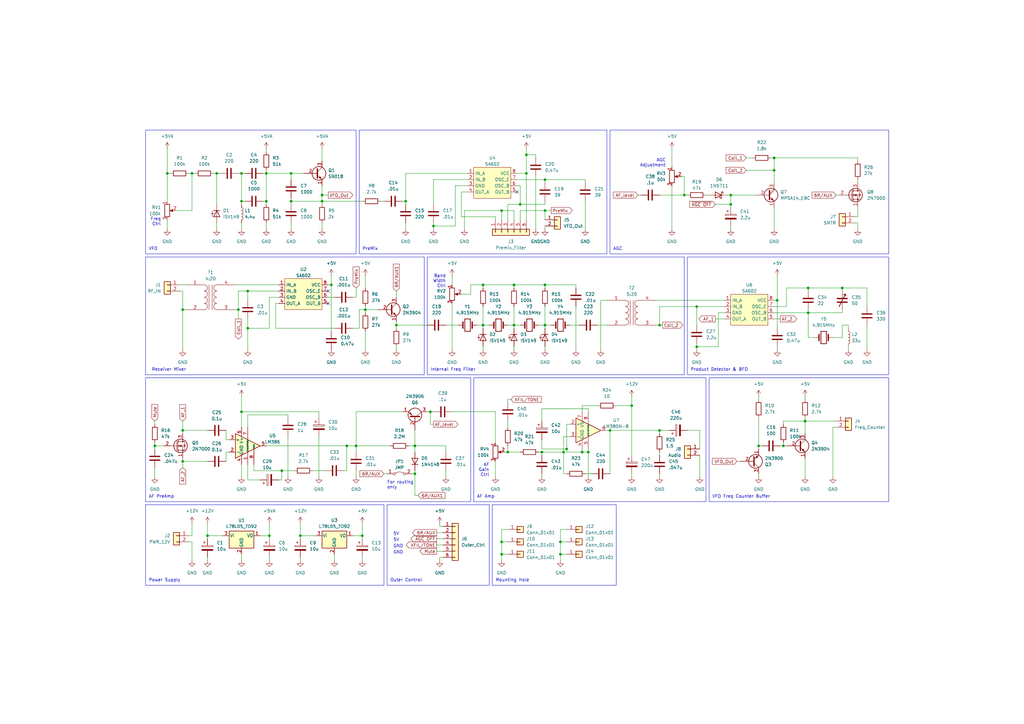
<source format=kicad_sch>
(kicad_sch (version 20230121) (generator eeschema)
  (paper "A3")
  (lib_symbols
    (symbol "0_Self_Defined_Symbol:SA602"
      (property "Reference" "U" (at 0 10.16 0))
      (property "Value" "SA602" (at 0 7.62 0))
      (symbol "SA602_1_1"
        (pin input line (at -10.16 3.81 0) (length 2.54) (name "IN_A") (number "1"))
        (pin input line (at -10.16 1.27 0) (length 2.54) (name "IN_B") (number "2"))
        (pin power_in line (at -10.16 -1.27 0) (length 2.54) (name "GND") (number "3"))
        (pin output line (at -10.16 -3.81 0) (length 2.54) (name "OUT_A") (number "4"))
        (pin output line (at 10.16 -3.81 180) (length 2.54) (name "OUT_B") (number "5"))
        (pin input line (at 10.16 -1.27 180) (length 2.54) (name "OSC_B") (number "6"))
        (pin input line (at 10.16 1.27 180) (length 2.54) (name "OSC_E") (number "7"))
        (pin power_in line (at 10.16 3.81 180) (length 2.54) (name "VCC") (number "8"))
      )
    )
    (symbol "Amplifier_Audio:LM380N-8" (pin_names (offset 0.127))
      (property "Reference" "U" (at 6.35 6.35 0))
      (property "Value" "LM380N-8" (at 6.35 3.81 0))
      (symbol "LM380N-8_1_1"
        (pin no_connect line (at 0 2.54 270) (length 2.54) hide (name "NC") (number "1"))
        (pin input line (at -7.62 2.54 0) (length 2.54) (name "+") (number "2"))
        (pin input line (at -7.62 -2.54 0) (length 2.54) (name "-") (number "3"))
        (pin power_in line (at -2.54 -7.62 90) (length 3.81) (name "GND") (number "4"))
        (pin power_in line (at 0 -7.62 90) (length 5.08) (name "GND") (number "5"))
        (pin output line (at 7.62 0 180) (length 2.54) (name "~") (number "6"))
        (pin power_in line (at -2.54 7.62 270) (length 3.81) (name "VS") (number "7"))
        (pin passive line (at 0 7.62 270) (length 5.08) (name "BYPASS") (number "8"))
      )
    )
    (symbol "Amplifier_Audio:LM386" (pin_names (offset 0.127))
      (property "Reference" "U" (at 1.27 7.62 0))
      (property "Value" "LM386" (at 1.27 5.08 0))
      (symbol "LM386_1_1"
        (pin input line (at 0 -7.62 90) (length 5.08) (name "GAIN") (number "1"))
        (pin input line (at -7.62 -2.54 0) (length 2.54) (name "-") (number "2"))
        (pin input line (at -7.62 2.54 0) (length 2.54) (name "+") (number "3"))
        (pin power_in line (at -2.54 -7.62 90) (length 3.81) (name "GND") (number "4"))
        (pin output line (at 7.62 0 180) (length 2.54) (name "~") (number "5"))
        (pin power_in line (at -2.54 7.62 270) (length 3.81) (name "V+") (number "6"))
        (pin input line (at 0 7.62 270) (length 5.08) (name "BYPASS") (number "7"))
        (pin input line (at 2.54 -7.62 90) (length 6.35) (name "GAIN") (number "8"))
      )
    )
    (symbol "Connector_Generic:Conn_01x01" (pin_names (offset 1.016) hide)
      (property "Reference" "J" (at 0 2.54 0))
      (property "Value" "Conn_01x01" (at 0 -2.54 0))
      (symbol "Conn_01x01_1_1"
        (pin passive line (at -5.08 0 0) (length 3.81) (name "Pin_1") (number "1"))
      )
    )
    (symbol "Connector_Generic:Conn_01x02" (pin_names (offset 1.016) hide)
      (property "Reference" "J" (at 0 2.54 0))
      (property "Value" "Conn_01x02" (at 0 -5.08 0))
      (symbol "Conn_01x02_1_1"
        (pin passive line (at -5.08 0 0) (length 3.81) (name "Pin_1") (number "1"))
        (pin passive line (at -5.08 -2.54 0) (length 3.81) (name "Pin_2") (number "2"))
      )
    )
    (symbol "Connector_Generic:Conn_01x06" (pin_names (offset 1.016) hide)
      (property "Reference" "J" (at 0 7.62 0))
      (property "Value" "Conn_01x06" (at 0 -10.16 0))
      (symbol "Conn_01x06_1_1"
        (pin passive line (at -5.08 5.08 0) (length 3.81) (name "Pin_1") (number "1"))
        (pin passive line (at -5.08 2.54 0) (length 3.81) (name "Pin_2") (number "2"))
        (pin passive line (at -5.08 0 0) (length 3.81) (name "Pin_3") (number "3"))
        (pin passive line (at -5.08 -2.54 0) (length 3.81) (name "Pin_4") (number "4"))
        (pin passive line (at -5.08 -5.08 0) (length 3.81) (name "Pin_5") (number "5"))
        (pin passive line (at -5.08 -7.62 0) (length 3.81) (name "Pin_6") (number "6"))
      )
    )
    (symbol "Device:C" (pin_numbers hide) (pin_names (offset 0.254))
      (property "Reference" "C" (at 0.635 2.54 0))
      (property "Value" "C" (at 0.635 -2.54 0))
      (symbol "C_1_1"
        (pin passive line (at 0 3.81 270) (length 2.794) (name "~") (number "1"))
        (pin passive line (at 0 -3.81 90) (length 2.794) (name "~") (number "2"))
      )
    )
    (symbol "Device:C_Polarized" (pin_numbers hide) (pin_names (offset 0.254))
      (property "Reference" "C" (at 0.635 2.54 0))
      (property "Value" "C_Polarized" (at 0.635 -2.54 0))
      (symbol "C_Polarized_1_1"
        (pin passive line (at 0 3.81 270) (length 2.794) (name "~") (number "1"))
        (pin passive line (at 0 -3.81 90) (length 2.794) (name "~") (number "2"))
      )
    )
    (symbol "Device:C_Variable" (pin_numbers hide) (pin_names (offset 0.254) hide)
      (property "Reference" "C" (at 0.635 -1.905 0))
      (property "Value" "C_Variable" (at 0.635 -3.81 0))
      (symbol "C_Variable_1_1"
        (pin passive line (at 0 3.81 270) (length 3.048) (name "~") (number "1"))
        (pin passive line (at 0 -3.81 90) (length 3.048) (name "~") (number "2"))
      )
    )
    (symbol "Device:Crystal" (pin_numbers hide) (pin_names (offset 1.016) hide)
      (property "Reference" "Y" (at 0 3.81 0))
      (property "Value" "Crystal" (at 0 -3.81 0))
      (symbol "Crystal_1_1"
        (pin passive line (at -3.81 0 0) (length 1.27) (name "1") (number "1"))
        (pin passive line (at 3.81 0 180) (length 1.27) (name "2") (number "2"))
      )
    )
    (symbol "Device:D_Capacitance" (pin_numbers hide) (pin_names (offset 1.016) hide)
      (property "Reference" "D" (at 0 2.54 0))
      (property "Value" "D_Capacitance" (at 0 -3.302 0))
      (symbol "D_Capacitance_1_1"
        (pin passive line (at -3.81 0 0) (length 2.54) (name "K") (number "1"))
        (pin passive line (at 3.81 0 180) (length 2.54) (name "A") (number "2"))
      )
    )
    (symbol "Device:L" (pin_numbers hide) (pin_names (offset 1.016) hide)
      (property "Reference" "L" (at -1.27 0 90))
      (property "Value" "L" (at 1.905 0 90))
      (symbol "L_1_1"
        (pin passive line (at 0 3.81 270) (length 1.27) (name "1") (number "1"))
        (pin passive line (at 0 -3.81 90) (length 1.27) (name "2") (number "2"))
      )
    )
    (symbol "Device:Q_NPN_Darlington_EBC" (pin_names (offset 0) hide)
      (property "Reference" "Q" (at 4.572 1.27 0))
      (property "Value" "Q_NPN_Darlington_EBC" (at 4.572 -1.27 0))
      (symbol "Q_NPN_Darlington_EBC_1_1"
        (pin passive line (at 2.54 -5.08 90) (length 2.54) (name "E") (number "1"))
        (pin passive line (at -5.08 0 0) (length 5.715) (name "B") (number "2"))
        (pin passive line (at 2.54 5.08 270) (length 2.54) (name "C") (number "3"))
      )
    )
    (symbol "Device:R" (pin_numbers hide) (pin_names (offset 0))
      (property "Reference" "R" (at 2.032 0 90))
      (property "Value" "R" (at 0 0 90))
      (symbol "R_1_1"
        (pin passive line (at 0 3.81 270) (length 1.27) (name "~") (number "1"))
        (pin passive line (at 0 -3.81 90) (length 1.27) (name "~") (number "2"))
      )
    )
    (symbol "Device:R_Potentiometer" (pin_names (offset 1.016) hide)
      (property "Reference" "RV" (at -4.445 0 90))
      (property "Value" "R_Potentiometer" (at -2.54 0 90))
      (symbol "R_Potentiometer_1_1"
        (pin passive line (at 0 3.81 270) (length 1.27) (name "1") (number "1"))
        (pin passive line (at 3.81 0 180) (length 1.27) (name "2") (number "2"))
        (pin passive line (at 0 -3.81 90) (length 1.27) (name "3") (number "3"))
      )
    )
    (symbol "Device:Transformer_1P_1S" (pin_names (offset 1.016) hide)
      (property "Reference" "T" (at 0 6.35 0))
      (property "Value" "Transformer_1P_1S" (at 0 -7.62 0))
      (symbol "Transformer_1P_1S_1_1"
        (pin passive line (at -10.16 5.08 0) (length 7.62) (name "AA") (number "1"))
        (pin passive line (at -10.16 -5.08 0) (length 7.62) (name "AB") (number "2"))
        (pin passive line (at 10.16 -5.08 180) (length 7.62) (name "SA") (number "3"))
        (pin passive line (at 10.16 5.08 180) (length 7.62) (name "SB") (number "4"))
      )
    )
    (symbol "Diode:1N4148" (pin_numbers hide) (pin_names hide)
      (property "Reference" "D" (at 0 2.54 0))
      (property "Value" "1N4148" (at 0 -2.54 0))
      (symbol "1N4148_1_1"
        (pin passive line (at -3.81 0 0) (length 2.54) (name "K") (number "1"))
        (pin passive line (at 3.81 0 180) (length 2.54) (name "A") (number "2"))
      )
    )
    (symbol "Diode:1N5711" (pin_numbers hide) (pin_names (offset 1.016) hide)
      (property "Reference" "D" (at 0 2.54 0))
      (property "Value" "1N5711" (at 0 -2.54 0))
      (symbol "1N5711_1_1"
        (pin passive line (at -3.81 0 0) (length 2.54) (name "K") (number "1"))
        (pin passive line (at 3.81 0 180) (length 2.54) (name "A") (number "2"))
      )
    )
    (symbol "Jumper:Jumper_2_Bridged" (pin_names (offset 0) hide)
      (property "Reference" "JP" (at 0 1.905 0))
      (property "Value" "Jumper_2_Bridged" (at 0 -2.54 0))
      (symbol "Jumper_2_Bridged_1_1"
        (pin passive line (at -5.08 0 0) (length 2.54) (name "A") (number "1"))
        (pin passive line (at 5.08 0 180) (length 2.54) (name "B") (number "2"))
      )
    )
    (symbol "Regulator_Linear:L78L05_TO92" (pin_names (offset 0.254))
      (property "Reference" "U" (at -3.81 3.175 0))
      (property "Value" "L78L05_TO92" (at 0 3.175 0))
      (symbol "L78L05_TO92_1_1"
        (pin power_out line (at 7.62 0 180) (length 2.54) (name "VO") (number "1"))
        (pin power_in line (at 0 -7.62 90) (length 2.54) (name "GND") (number "2"))
        (pin power_in line (at -7.62 0 0) (length 2.54) (name "VI") (number "3"))
      )
    )
    (symbol "Transistor_BJT:2N3904" (pin_names (offset 0) hide)
      (property "Reference" "Q" (at 5.08 1.905 0))
      (property "Value" "2N3904" (at 5.08 0 0))
      (symbol "2N3904_1_1"
        (pin passive line (at 2.54 -5.08 90) (length 2.54) (name "E") (number "1"))
        (pin passive line (at -5.08 0 0) (length 5.715) (name "B") (number "2"))
        (pin passive line (at 2.54 5.08 270) (length 2.54) (name "C") (number "3"))
      )
    )
    (symbol "Transistor_BJT:2N3906" (pin_names (offset 0) hide)
      (property "Reference" "Q" (at 5.08 1.905 0))
      (property "Value" "2N3906" (at 5.08 0 0))
      (symbol "2N3906_1_1"
        (pin passive line (at 2.54 -5.08 90) (length 2.54) (name "E") (number "1"))
        (pin input line (at -5.08 0 0) (length 5.715) (name "B") (number "2"))
        (pin passive line (at 2.54 5.08 270) (length 2.54) (name "C") (number "3"))
      )
    )
    (symbol "Transistor_FET:2N7000" (pin_names hide)
      (property "Reference" "Q" (at 5.08 1.905 0))
      (property "Value" "2N7000" (at 5.08 0 0))
      (symbol "2N7000_1_1"
        (pin passive line (at 2.54 -5.08 90) (length 2.54) (name "S") (number "1"))
        (pin input line (at -5.08 0 0) (length 2.54) (name "G") (number "2"))
        (pin passive line (at 2.54 5.08 270) (length 2.54) (name "D") (number "3"))
      )
    )
    (symbol "power:+12V" (power) (pin_names (offset 0))
      (property "Value" "+12V" (at 0 3.556 0))
      (symbol "+12V_1_1"
        (pin power_in line (at 0 0 90) (length 0) hide (name "+12V") (number "1"))
      )
    )
    (symbol "power:+5V" (power) (pin_names (offset 0))
      (property "Value" "+5V" (at 0 3.556 0))
      (symbol "+5V_1_1"
        (pin power_in line (at 0 0 90) (length 0) hide (name "+5V") (number "1"))
      )
    )
    (symbol "power:+5VA" (power) (pin_names (offset 0))
      (property "Value" "+5VA" (at 0 3.556 0))
      (symbol "+5VA_1_1"
        (pin power_in line (at 0 0 90) (length 0) hide (name "+5VA") (number "1"))
      )
    )
    (symbol "power:GND" (power) (pin_names (offset 0))
      (property "Value" "GND" (at 0 -3.81 0))
      (symbol "GND_1_1"
        (pin power_in line (at 0 0 270) (length 0) hide (name "GND") (number "1"))
      )
    )
  )
  (junction (at 223.52 133.35))
  (junction (at 285.75 142.24))
  (junction (at 238.76 185.42))
  (junction (at 317.5 69.85))
  (junction (at 109.22 71.12))
  (junction (at 99.06 71.12))
  (junction (at 101.6 119.38))
  (junction (at 223.52 116.84))
  (junction (at 109.22 82.55))
  (junction (at 177.8 92.71))
  (junction (at 210.82 116.84))
  (junction (at 205.74 227.33))
  (junction (at 88.9 71.12))
  (junction (at 132.08 82.55))
  (junction (at 270.51 176.53))
  (junction (at 115.57 193.04))
  (junction (at 99.06 168.91))
  (junction (at 63.5 182.88))
  (junction (at 146.05 182.88))
  (junction (at 74.93 176.53))
  (junction (at 78.74 71.12))
  (junction (at 321.31 182.88))
  (junction (at 229.87 222.25))
  (junction (at 241.3 185.42))
  (junction (at 198.12 133.35))
  (junction (at 68.58 71.12))
  (junction (at 232.41 184.15))
  (junction (at 299.72 83.82))
  (junction (at 142.24 182.88))
  (junction (at 259.08 166.37))
  (junction (at 223.52 86.36))
  (junction (at 176.53 168.91))
  (junction (at 229.87 227.33))
  (junction (at 331.47 128.27))
  (junction (at 318.77 123.19))
  (junction (at 162.56 133.35))
  (junction (at 148.59 219.71))
  (junction (at 215.9 71.12))
  (junction (at 123.19 219.71))
  (junction (at 205.74 222.25))
  (junction (at 208.28 185.42))
  (junction (at 198.12 116.84))
  (junction (at 250.19 176.53))
  (junction (at 345.44 118.11))
  (junction (at 99.06 82.55))
  (junction (at 285.75 125.73))
  (junction (at 97.79 127))
  (junction (at 215.9 63.5))
  (junction (at 317.5 64.77))
  (junction (at 74.93 189.23))
  (junction (at 213.36 83.82))
  (junction (at 299.72 80.01))
  (junction (at 210.82 133.35))
  (junction (at 119.38 82.55))
  (junction (at 135.89 116.84))
  (junction (at 166.37 82.55))
  (junction (at 101.6 134.62))
  (junction (at 223.52 73.66))
  (junction (at 231.14 185.42))
  (junction (at 170.18 182.88))
  (junction (at 280.67 80.01))
  (junction (at 270.51 133.35))
  (junction (at 74.93 127))
  (junction (at 311.15 182.88))
  (junction (at 170.18 194.31))
  (junction (at 222.25 185.42))
  (junction (at 205.74 86.36))
  (junction (at 132.08 80.01))
  (junction (at 85.09 219.71))
  (junction (at 119.38 71.12))
  (junction (at 331.47 118.11))
  (junction (at 330.2 172.72))
  (junction (at 110.49 219.71))
  (junction (at 149.86 127))
  (no_connect (at 134.62 124.46))
  (no_connect (at 212.09 78.74))
  (no_connect (at 134.62 119.38))
  (wire (pts (xy 180.34 215.9) (xy 181.61 215.9)))
  (wire (pts (xy 99.06 71.12) (xy 100.33 71.12)))
  (wire (pts (xy 231.14 194.31) (xy 231.14 185.42)))
  (wire (pts (xy 142.24 193.04) (xy 142.24 182.88)))
  (wire (pts (xy 68.58 71.12) (xy 68.58 82.55)))
  (wire (pts (xy 213.36 86.36) (xy 213.36 90.17)))
  (wire (pts (xy 110.49 228.6) (xy 110.49 229.87)))
  (wire (pts (xy 101.6 119.38) (xy 101.6 123.19)))
  (wire (pts (xy 229.87 227.33) (xy 232.41 227.33)))
  (wire (pts (xy 223.52 86.36) (xy 223.52 90.17)))
  (wire (pts (xy 88.9 83.82) (xy 88.9 71.12)))
  (wire (pts (xy 74.93 189.23) (xy 85.09 189.23)))
  (wire (pts (xy 109.22 82.55) (xy 109.22 83.82)))
  (wire (pts (xy 330.2 171.45) (xy 330.2 172.72)))
  (wire (pts (xy 223.52 83.82) (xy 223.52 82.55)))
  (wire (pts (xy 306.07 64.77) (xy 308.61 64.77)))
  (wire (pts (xy 96.52 116.84) (xy 114.3 116.84)))
  (wire (pts (xy 205.74 227.33) (xy 208.28 227.33)))
  (wire (pts (xy 238.76 166.37) (xy 238.76 168.91)))
  (wire (pts (xy 101.6 130.81) (xy 101.6 134.62)))
  (wire (pts (xy 87.63 71.12) (xy 88.9 71.12)))
  (wire (pts (xy 185.42 124.46) (xy 185.42 143.51)))
  (wire (pts (xy 350.52 88.9) (xy 351.79 88.9)))
  (wire (pts (xy 275.59 76.2) (xy 275.59 93.98)))
  (wire (pts (xy 177.8 91.44) (xy 177.8 92.71)))
  (wire (pts (xy 115.57 196.85) (xy 114.3 196.85)))
  (wire (pts (xy 248.92 123.19) (xy 246.38 123.19)))
  (wire (pts (xy 208.28 182.88) (xy 208.28 185.42)))
  (wire (pts (xy 63.5 191.77) (xy 63.5 195.58)))
  (wire (pts (xy 132.08 76.2) (xy 132.08 80.01)))
  (wire (pts (xy 342.9 80.01) (xy 344.17 80.01)))
  (wire (pts (xy 146.05 168.91) (xy 146.05 182.88)))
  (wire (pts (xy 261.62 80.01) (xy 262.89 80.01)))
  (wire (pts (xy 321.31 172.72) (xy 321.31 173.99)))
  (wire (pts (xy 318.77 113.03) (xy 318.77 123.19)))
  (wire (pts (xy 219.71 63.5) (xy 215.9 63.5)))
  (wire (pts (xy 212.09 76.2) (xy 213.36 76.2)))
  (wire (pts (xy 205.74 222.25) (xy 208.28 222.25)))
  (wire (pts (xy 74.93 127) (xy 74.93 143.51)))
  (wire (pts (xy 250.19 176.53) (xy 270.51 176.53)))
  (wire (pts (xy 215.9 71.12) (xy 212.09 71.12)))
  (wire (pts (xy 287.02 186.69) (xy 287.02 195.58)))
  (wire (pts (xy 331.47 138.43) (xy 334.01 138.43)))
  (wire (pts (xy 85.09 214.63) (xy 85.09 219.71)))
  (wire (pts (xy 347.98 133.35) (xy 345.44 133.35)))
  (wire (pts (xy 330.2 172.72) (xy 330.2 177.8)))
  (wire (pts (xy 232.41 184.15) (xy 232.41 185.42)))
  (wire (pts (xy 185.42 113.03) (xy 185.42 116.84)))
  (wire (pts (xy 233.68 179.07) (xy 231.14 179.07)))
  (wire (pts (xy 132.08 91.44) (xy 132.08 93.98)))
  (wire (pts (xy 238.76 185.42) (xy 241.3 185.42)))
  (wire (pts (xy 179.07 218.44) (xy 181.61 218.44)))
  (wire (pts (xy 229.87 217.17) (xy 232.41 217.17)))
  (wire (pts (xy 322.58 118.11) (xy 322.58 125.73)))
  (wire (pts (xy 342.9 172.72) (xy 330.2 172.72)))
  (wire (pts (xy 220.98 133.35) (xy 223.52 133.35)))
  (wire (pts (xy 341.63 175.26) (xy 342.9 175.26)))
  (wire (pts (xy 189.23 88.9) (xy 189.23 78.74)))
  (wire (pts (xy 208.28 83.82) (xy 213.36 83.82)))
  (wire (pts (xy 99.06 71.12) (xy 99.06 82.55)))
  (wire (pts (xy 101.6 119.38) (xy 97.79 119.38)))
  (wire (pts (xy 270.51 133.35) (xy 271.78 133.35)))
  (wire (pts (xy 97.79 127) (xy 96.52 127)))
  (wire (pts (xy 190.5 93.98) (xy 190.5 86.36)))
  (wire (pts (xy 170.18 182.88) (xy 170.18 176.53)))
  (wire (pts (xy 250.19 176.53) (xy 248.92 176.53)))
  (wire (pts (xy 110.49 134.62) (xy 101.6 134.62)))
  (wire (pts (xy 119.38 81.28) (xy 119.38 82.55)))
  (wire (pts (xy 78.74 86.36) (xy 78.74 71.12)))
  (wire (pts (xy 198.12 116.84) (xy 198.12 118.11)))
  (wire (pts (xy 210.82 116.84) (xy 198.12 116.84)))
  (wire (pts (xy 166.37 71.12) (xy 191.77 71.12)))
  (wire (pts (xy 223.52 133.35) (xy 223.52 125.73)))
  (wire (pts (xy 109.22 182.88) (xy 142.24 182.88)))
  (wire (pts (xy 176.53 173.99) (xy 176.53 168.91)))
  (wire (pts (xy 294.64 128.27) (xy 294.64 142.24)))
  (wire (pts (xy 270.51 133.35) (xy 269.24 133.35)))
  (wire (pts (xy 241.3 168.91) (xy 241.3 167.64)))
  (wire (pts (xy 182.88 193.04) (xy 182.88 195.58)))
  (wire (pts (xy 331.47 128.27) (xy 345.44 128.27)))
  (wire (pts (xy 317.5 128.27) (xy 331.47 128.27)))
  (wire (pts (xy 177.8 73.66) (xy 177.8 83.82)))
  (wire (pts (xy 233.68 173.99) (xy 232.41 173.99)))
  (wire (pts (xy 210.82 125.73) (xy 210.82 133.35)))
  (wire (pts (xy 222.25 167.64) (xy 222.25 172.72)))
  (wire (pts (xy 311.15 162.56) (xy 311.15 163.83)))
  (wire (pts (xy 101.6 196.85) (xy 101.6 190.5)))
  (wire (pts (xy 240.03 74.93) (xy 240.03 73.66)))
  (wire (pts (xy 299.72 85.09) (xy 299.72 83.82)))
  (wire (pts (xy 223.52 133.35) (xy 223.52 134.62)))
  (wire (pts (xy 140.97 193.04) (xy 142.24 193.04)))
  (wire (pts (xy 119.38 71.12) (xy 119.38 73.66)))
  (wire (pts (xy 78.74 229.87) (xy 78.74 222.25)))
  (wire (pts (xy 134.62 121.92) (xy 137.16 121.92)))
  (wire (pts (xy 119.38 82.55) (xy 119.38 83.82)))
  (wire (pts (xy 189.23 78.74) (xy 191.77 78.74)))
  (wire (pts (xy 99.06 162.56) (xy 99.06 168.91)))
  (wire (pts (xy 149.86 135.89) (xy 149.86 143.51)))
  (wire (pts (xy 92.71 180.34) (xy 93.98 180.34)))
  (wire (pts (xy 280.67 72.39) (xy 280.67 80.01)))
  (wire (pts (xy 97.79 119.38) (xy 97.79 127)))
  (wire (pts (xy 166.37 82.55) (xy 166.37 71.12)))
  (wire (pts (xy 109.22 91.44) (xy 109.22 93.98)))
  (wire (pts (xy 132.08 80.01) (xy 132.08 82.55)))
  (wire (pts (xy 109.22 60.96) (xy 109.22 62.23)))
  (wire (pts (xy 297.18 128.27) (xy 294.64 128.27)))
  (wire (pts (xy 135.89 116.84) (xy 135.89 135.89)))
  (wire (pts (xy 293.37 130.81) (xy 297.18 130.81)))
  (wire (pts (xy 123.19 219.71) (xy 123.19 220.98)))
  (wire (pts (xy 165.1 82.55) (xy 166.37 82.55)))
  (wire (pts (xy 74.93 176.53) (xy 85.09 176.53)))
  (wire (pts (xy 236.22 116.84) (xy 223.52 116.84)))
  (wire (pts (xy 302.26 189.23) (xy 303.53 189.23)))
  (wire (pts (xy 355.6 133.35) (xy 355.6 143.51)))
  (wire (pts (xy 299.72 80.01) (xy 309.88 80.01)))
  (wire (pts (xy 162.56 142.24) (xy 162.56 143.51)))
  (wire (pts (xy 229.87 222.25) (xy 232.41 222.25)))
  (wire (pts (xy 222.25 194.31) (xy 222.25 195.58)))
  (wire (pts (xy 203.2 88.9) (xy 189.23 88.9)))
  (wire (pts (xy 223.52 86.36) (xy 226.06 86.36)))
  (wire (pts (xy 331.47 128.27) (xy 331.47 138.43)))
  (wire (pts (xy 238.76 184.15) (xy 238.76 185.42)))
  (wire (pts (xy 63.5 182.88) (xy 67.31 182.88)))
  (wire (pts (xy 215.9 63.5) (xy 215.9 71.12)))
  (wire (pts (xy 123.19 228.6) (xy 123.19 229.87)))
  (wire (pts (xy 210.82 86.36) (xy 205.74 86.36)))
  (wire (pts (xy 298.45 80.01) (xy 299.72 80.01)))
  (wire (pts (xy 92.71 176.53) (xy 92.71 180.34)))
  (wire (pts (xy 104.14 193.04) (xy 104.14 190.5)))
  (wire (pts (xy 166.37 82.55) (xy 166.37 83.82)))
  (wire (pts (xy 299.72 92.71) (xy 299.72 93.98)))
  (wire (pts (xy 287.02 176.53) (xy 281.94 176.53)))
  (wire (pts (xy 156.21 82.55) (xy 157.48 82.55)))
  (wire (pts (xy 118.11 170.18) (xy 118.11 171.45)))
  (wire (pts (xy 205.74 222.25) (xy 205.74 227.33)))
  (wire (pts (xy 311.15 182.88) (xy 311.15 184.15)))
  (wire (pts (xy 99.06 168.91) (xy 99.06 175.26)))
  (wire (pts (xy 208.28 133.35) (xy 210.82 133.35)))
  (wire (pts (xy 170.18 182.88) (xy 170.18 185.42)))
  (wire (pts (xy 104.14 193.04) (xy 115.57 193.04)))
  (wire (pts (xy 223.52 116.84) (xy 210.82 116.84)))
  (wire (pts (xy 231.14 179.07) (xy 231.14 185.42)))
  (wire (pts (xy 195.58 133.35) (xy 198.12 133.35)))
  (wire (pts (xy 232.41 185.42) (xy 238.76 185.42)))
  (wire (pts (xy 236.22 118.11) (xy 236.22 116.84)))
  (wire (pts (xy 147.32 134.62) (xy 147.32 127)))
  (wire (pts (xy 311.15 171.45) (xy 311.15 182.88)))
  (wire (pts (xy 231.14 194.31) (xy 232.41 194.31)))
  (wire (pts (xy 209.55 163.83) (xy 208.28 163.83)))
  (wire (pts (xy 99.06 91.44) (xy 99.06 93.98)))
  (wire (pts (xy 128.27 193.04) (xy 133.35 193.04)))
  (wire (pts (xy 170.18 194.31) (xy 170.18 203.2)))
  (wire (pts (xy 245.11 133.35) (xy 248.92 133.35)))
  (wire (pts (xy 345.44 133.35) (xy 345.44 138.43)))
  (wire (pts (xy 347.98 142.24) (xy 347.98 143.51)))
  (wire (pts (xy 205.74 86.36) (xy 205.74 90.17)))
  (wire (pts (xy 114.3 119.38) (xy 101.6 119.38)))
  (wire (pts (xy 210.82 90.17) (xy 210.82 86.36)))
  (wire (pts (xy 99.06 82.55) (xy 99.06 83.82)))
  (wire (pts (xy 113.03 124.46) (xy 114.3 124.46)))
  (wire (pts (xy 231.14 185.42) (xy 222.25 185.42)))
  (wire (pts (xy 146.05 182.88) (xy 160.02 182.88)))
  (wire (pts (xy 146.05 121.92) (xy 144.78 121.92)))
  (wire (pts (xy 101.6 196.85) (xy 106.68 196.85)))
  (wire (pts (xy 99.06 168.91) (xy 130.81 168.91)))
  (wire (pts (xy 148.59 228.6) (xy 148.59 229.87)))
  (wire (pts (xy 74.93 191.77) (xy 74.93 189.23)))
  (wire (pts (xy 97.79 130.81) (xy 97.79 127)))
  (wire (pts (xy 208.28 172.72) (xy 208.28 175.26)))
  (wire (pts (xy 212.09 73.66) (xy 223.52 73.66)))
  (wire (pts (xy 229.87 217.17) (xy 229.87 222.25)))
  (wire (pts (xy 289.56 80.01) (xy 290.83 80.01)))
  (wire (pts (xy 205.74 227.33) (xy 205.74 229.87)))
  (wire (pts (xy 347.98 133.35) (xy 347.98 134.62)))
  (wire (pts (xy 186.69 76.2) (xy 186.69 92.71)))
  (wire (pts (xy 311.15 194.31) (xy 311.15 195.58)))
  (wire (pts (xy 351.79 66.04) (xy 351.79 64.77)))
  (wire (pts (xy 74.93 119.38) (xy 74.93 127)))
  (wire (pts (xy 146.05 118.11) (xy 146.05 121.92)))
  (wire (pts (xy 321.31 182.88) (xy 320.04 182.88)))
  (wire (pts (xy 330.2 162.56) (xy 330.2 163.83)))
  (wire (pts (xy 78.74 71.12) (xy 80.01 71.12)))
  (wire (pts (xy 193.04 120.65) (xy 193.04 116.84)))
  (wire (pts (xy 73.66 116.84) (xy 76.2 116.84)))
  (wire (pts (xy 270.51 194.31) (xy 270.51 195.58)))
  (wire (pts (xy 341.63 175.26) (xy 341.63 195.58)))
  (wire (pts (xy 270.51 125.73) (xy 270.51 133.35)))
  (wire (pts (xy 241.3 185.42) (xy 241.3 195.58)))
  (wire (pts (xy 78.74 214.63) (xy 78.74 219.71)))
  (wire (pts (xy 317.5 130.81) (xy 320.04 130.81)))
  (wire (pts (xy 63.5 172.72) (xy 63.5 173.99)))
  (wire (pts (xy 149.86 127) (xy 154.94 127)))
  (wire (pts (xy 109.22 71.12) (xy 119.38 71.12)))
  (wire (pts (xy 63.5 182.88) (xy 63.5 181.61)))
  (wire (pts (xy 167.64 182.88) (xy 170.18 182.88)))
  (wire (pts (xy 311.15 182.88) (xy 312.42 182.88)))
  (wire (pts (xy 129.54 219.71) (xy 123.19 219.71)))
  (wire (pts (xy 317.5 85.09) (xy 317.5 93.98)))
  (wire (pts (xy 190.5 86.36) (xy 205.74 86.36)))
  (wire (pts (xy 144.78 219.71) (xy 148.59 219.71)))
  (wire (pts (xy 74.93 187.96) (xy 74.93 189.23)))
  (wire (pts (xy 250.19 176.53) (xy 250.19 194.31)))
  (wire (pts (xy 223.52 118.11) (xy 223.52 116.84)))
  (wire (pts (xy 229.87 222.25) (xy 229.87 227.33)))
  (wire (pts (xy 203.2 88.9) (xy 203.2 90.17)))
  (wire (pts (xy 130.81 179.07) (xy 130.81 195.58)))
  (wire (pts (xy 208.28 185.42) (xy 213.36 185.42)))
  (wire (pts (xy 330.2 187.96) (xy 330.2 195.58)))
  (wire (pts (xy 76.2 127) (xy 74.93 127)))
  (wire (pts (xy 317.5 64.77) (xy 351.79 64.77)))
  (wire (pts (xy 110.49 219.71) (xy 110.49 220.98)))
  (wire (pts (xy 146.05 193.04) (xy 146.05 195.58)))
  (wire (pts (xy 240.03 82.55) (xy 240.03 93.98)))
  (wire (pts (xy 92.71 185.42) (xy 93.98 185.42)))
  (wire (pts (xy 78.74 222.25) (xy 77.47 222.25)))
  (wire (pts (xy 223.52 133.35) (xy 226.06 133.35)))
  (wire (pts (xy 180.34 214.63) (xy 180.34 215.9)))
  (wire (pts (xy 185.42 168.91) (xy 203.2 168.91)))
  (wire (pts (xy 135.89 116.84) (xy 134.62 116.84)))
  (wire (pts (xy 215.9 60.96) (xy 215.9 63.5)))
  (wire (pts (xy 285.75 125.73) (xy 297.18 125.73)))
  (wire (pts (xy 180.34 228.6) (xy 180.34 229.87)))
  (wire (pts (xy 110.49 121.92) (xy 110.49 134.62)))
  (wire (pts (xy 270.51 177.8) (xy 270.51 176.53)))
  (wire (pts (xy 146.05 168.91) (xy 165.1 168.91)))
  (wire (pts (xy 318.77 123.19) (xy 318.77 134.62)))
  (wire (pts (xy 166.37 91.44) (xy 166.37 93.98)))
  (wire (pts (xy 203.2 168.91) (xy 203.2 181.61)))
  (wire (pts (xy 345.44 118.11) (xy 345.44 119.38)))
  (wire (pts (xy 215.9 71.12) (xy 215.9 90.17)))
  (wire (pts (xy 170.18 182.88) (xy 182.88 182.88)))
  (wire (pts (xy 130.81 171.45) (xy 130.81 168.91)))
  (wire (pts (xy 345.44 128.27) (xy 345.44 127)))
  (wire (pts (xy 193.04 116.84) (xy 198.12 116.84)))
  (wire (pts (xy 109.22 69.85) (xy 109.22 71.12)))
  (wire (pts (xy 88.9 71.12) (xy 90.17 71.12)))
  (wire (pts (xy 240.03 194.31) (xy 242.57 194.31)))
  (wire (pts (xy 269.24 123.19) (xy 297.18 123.19)))
  (wire (pts (xy 252.73 166.37) (xy 259.08 166.37)))
  (wire (pts (xy 229.87 227.33) (xy 229.87 229.87)))
  (wire (pts (xy 219.71 72.39) (xy 219.71 93.98)))
  (wire (pts (xy 119.38 91.44) (xy 119.38 93.98)))
  (wire (pts (xy 222.25 184.15) (xy 232.41 184.15)))
  (wire (pts (xy 85.09 219.71) (xy 85.09 220.98)))
  (wire (pts (xy 110.49 214.63) (xy 110.49 219.71)))
  (wire (pts (xy 142.24 182.88) (xy 146.05 182.88)))
  (wire (pts (xy 149.86 125.73) (xy 149.86 127)))
  (wire (pts (xy 91.44 219.71) (xy 85.09 219.71)))
  (wire (pts (xy 270.51 185.42) (xy 270.51 186.69)))
  (wire (pts (xy 351.79 85.09) (xy 351.79 88.9)))
  (wire (pts (xy 179.07 220.98) (xy 181.61 220.98)))
  (wire (pts (xy 74.93 119.38) (xy 73.66 119.38)))
  (wire (pts (xy 322.58 118.11) (xy 331.47 118.11)))
  (wire (pts (xy 285.75 125.73) (xy 285.75 133.35)))
  (wire (pts (xy 88.9 91.44) (xy 88.9 93.98)))
  (wire (pts (xy 331.47 118.11) (xy 345.44 118.11)))
  (wire (pts (xy 208.28 163.83) (xy 208.28 165.1)))
  (wire (pts (xy 115.57 193.04) (xy 120.65 193.04)))
  (wire (pts (xy 321.31 181.61) (xy 321.31 182.88)))
  (wire (pts (xy 321.31 182.88) (xy 322.58 182.88)))
  (wire (pts (xy 220.98 185.42) (xy 222.25 185.42)))
  (wire (pts (xy 162.56 132.08) (xy 162.56 133.35)))
  (wire (pts (xy 177.8 92.71) (xy 177.8 93.98)))
  (wire (pts (xy 210.82 133.35) (xy 213.36 133.35)))
  (wire (pts (xy 210.82 133.35) (xy 210.82 134.62)))
  (wire (pts (xy 147.32 134.62) (xy 144.78 134.62)))
  (wire (pts (xy 198.12 125.73) (xy 198.12 133.35)))
  (wire (pts (xy 219.71 64.77) (xy 219.71 63.5)))
  (wire (pts (xy 149.86 113.03) (xy 149.86 118.11)))
  (wire (pts (xy 246.38 123.19) (xy 246.38 143.51)))
  (wire (pts (xy 99.06 82.55) (xy 100.33 82.55)))
  (wire (pts (xy 85.09 228.6) (xy 85.09 229.87)))
  (wire (pts (xy 148.59 214.63) (xy 148.59 219.71)))
  (wire (pts (xy 259.08 166.37) (xy 259.08 186.69)))
  (wire (pts (xy 321.31 172.72) (xy 330.2 172.72)))
  (wire (pts (xy 99.06 190.5) (xy 99.06 195.58)))
  (wire (pts (xy 132.08 80.01) (xy 134.62 80.01)))
  (wire (pts (xy 285.75 142.24) (xy 285.75 143.51)))
  (wire (pts (xy 175.26 168.91) (xy 176.53 168.91)))
  (wire (pts (xy 306.07 69.85) (xy 317.5 69.85)))
  (wire (pts (xy 119.38 82.55) (xy 132.08 82.55)))
  (wire (pts (xy 182.88 133.35) (xy 187.96 133.35)))
  (wire (pts (xy 189.23 120.65) (xy 193.04 120.65)))
  (wire (pts (xy 318.77 142.24) (xy 318.77 143.51)))
  (wire (pts (xy 208.28 90.17) (xy 208.28 83.82)))
  (wire (pts (xy 147.32 127) (xy 149.86 127)))
  (wire (pts (xy 213.36 83.82) (xy 223.52 83.82)))
  (wire (pts (xy 208.28 185.42) (xy 207.01 185.42)))
  (wire (pts (xy 182.88 185.42) (xy 182.88 182.88)))
  (wire (pts (xy 317.5 64.77) (xy 317.5 69.85)))
  (wire (pts (xy 205.74 217.17) (xy 205.74 222.25)))
  (wire (pts (xy 208.28 217.17) (xy 205.74 217.17)))
  (wire (pts (xy 213.36 76.2) (xy 213.36 83.82)))
  (wire (pts (xy 149.86 127) (xy 149.86 128.27)))
  (wire (pts (xy 331.47 127) (xy 331.47 128.27)))
  (wire (pts (xy 119.38 71.12) (xy 124.46 71.12)))
  (wire (pts (xy 222.25 186.69) (xy 222.25 185.42)))
  (wire (pts (xy 101.6 170.18) (xy 101.6 175.26)))
  (wire (pts (xy 179.07 223.52) (xy 181.61 223.52)))
  (wire (pts (xy 299.72 83.82) (xy 299.72 80.01)))
  (wire (pts (xy 232.41 173.99) (xy 232.41 184.15)))
  (wire (pts (xy 241.3 184.15) (xy 241.3 185.42)))
  (wire (pts (xy 317.5 69.85) (xy 317.5 74.93)))
  (wire (pts (xy 107.95 82.55) (xy 109.22 82.55)))
  (wire (pts (xy 74.93 172.72) (xy 74.93 176.53)))
  (wire (pts (xy 78.74 219.71) (xy 77.47 219.71)))
  (wire (pts (xy 270.51 80.01) (xy 280.67 80.01)))
  (wire (pts (xy 203.2 189.23) (xy 203.2 195.58)))
  (wire (pts (xy 92.71 189.23) (xy 92.71 185.42)))
  (wire (pts (xy 101.6 170.18) (xy 118.11 170.18)))
  (wire (pts (xy 148.59 220.98) (xy 148.59 219.71)))
  (wire (pts (xy 223.52 73.66) (xy 240.03 73.66)))
  (wire (pts (xy 68.58 90.17) (xy 68.58 93.98)))
  (wire (pts (xy 223.52 74.93) (xy 223.52 73.66)))
  (wire (pts (xy 69.85 71.12) (xy 68.58 71.12)))
  (wire (pts (xy 275.59 60.96) (xy 275.59 68.58)))
  (wire (pts (xy 191.77 73.66) (xy 177.8 73.66)))
  (wire (pts (xy 118.11 179.07) (xy 118.11 195.58)))
  (wire (pts (xy 135.89 113.03) (xy 135.89 116.84)))
  (wire (pts (xy 259.08 194.31) (xy 259.08 195.58)))
  (wire (pts (xy 168.91 194.31) (xy 170.18 194.31)))
  (wire (pts (xy 99.06 227.33) (xy 99.06 229.87)))
  (wire (pts (xy 72.39 86.36) (xy 78.74 86.36)))
  (wire (pts (xy 162.56 119.38) (xy 162.56 121.92)))
  (wire (pts (xy 114.3 121.92) (xy 110.49 121.92)))
  (wire (pts (xy 351.79 73.66) (xy 351.79 74.93)))
  (wire (pts (xy 181.61 228.6) (xy 180.34 228.6)))
  (wire (pts (xy 171.45 203.2) (xy 170.18 203.2)))
  (wire (pts (xy 351.79 93.98) (xy 351.79 91.44)))
  (wire (pts (xy 162.56 133.35) (xy 175.26 133.35)))
  (wire (pts (xy 238.76 166.37) (xy 245.11 166.37)))
  (wire (pts (xy 74.93 176.53) (xy 74.93 177.8)))
  (wire (pts (xy 157.48 194.31) (xy 158.75 194.31)))
  (wire (pts (xy 177.8 92.71) (xy 186.69 92.71)))
  (wire (pts (xy 177.8 173.99) (xy 176.53 173.99)))
  (wire (pts (xy 294.64 142.24) (xy 285.75 142.24)))
  (wire (pts (xy 317.5 125.73) (xy 322.58 125.73)))
  (wire (pts (xy 317.5 123.19) (xy 318.77 123.19)))
  (wire (pts (xy 146.05 182.88) (xy 146.05 185.42)))
  (wire (pts (xy 132.08 82.55) (xy 148.59 82.55)))
  (wire (pts (xy 162.56 133.35) (xy 162.56 134.62)))
  (wire (pts (xy 101.6 143.51) (xy 101.6 134.62)))
  (wire (pts (xy 106.68 219.71) (xy 110.49 219.71)))
  (wire (pts (xy 259.08 162.56) (xy 259.08 166.37)))
  (wire (pts (xy 293.37 83.82) (xy 299.72 83.82)))
  (wire (pts (xy 179.07 226.06) (xy 181.61 226.06)))
  (wire (pts (xy 355.6 118.11) (xy 355.6 125.73)))
  (wire (pts (xy 132.08 82.55) (xy 132.08 83.82)))
  (wire (pts (xy 137.16 227.33) (xy 137.16 229.87)))
  (wire (pts (xy 350.52 91.44) (xy 351.79 91.44)))
  (wire (pts (xy 77.47 71.12) (xy 78.74 71.12)))
  (wire (pts (xy 176.53 168.91) (xy 177.8 168.91)))
  (wire (pts (xy 115.57 193.04) (xy 115.57 196.85)))
  (wire (pts (xy 316.23 64.77) (xy 317.5 64.77)))
  (wire (pts (xy 270.51 125.73) (xy 285.75 125.73)))
  (wire (pts (xy 236.22 125.73) (xy 236.22 143.51)))
  (wire (pts (xy 345.44 118.11) (xy 355.6 118.11)))
  (wire (pts (xy 280.67 80.01) (xy 281.94 80.01)))
  (wire (pts (xy 233.68 133.35) (xy 237.49 133.35)))
  (wire (pts (xy 223.52 142.24) (xy 223.52 143.51)))
  (wire (pts (xy 210.82 142.24) (xy 210.82 143.51)))
  (wire (pts (xy 198.12 133.35) (xy 200.66 133.35)))
  (wire (pts (xy 198.12 133.35) (xy 198.12 134.62)))
  (wire (pts (xy 210.82 118.11) (xy 210.82 116.84)))
  (wire (pts (xy 331.47 118.11) (xy 331.47 119.38)))
  (wire (pts (xy 341.63 138.43) (xy 345.44 138.43)))
  (wire (pts (xy 170.18 193.04) (xy 170.18 194.31)))
  (wire (pts (xy 137.16 134.62) (xy 113.03 134.62)))
  (wire (pts (xy 107.95 71.12) (xy 109.22 71.12)))
  (wire (pts (xy 191.77 76.2) (xy 186.69 76.2)))
  (wire (pts (xy 213.36 86.36) (xy 223.52 86.36)))
  (wire (pts (xy 198.12 142.24) (xy 198.12 143.51)))
  (wire (pts (xy 63.5 182.88) (xy 63.5 184.15)))
  (wire (pts (xy 270.51 176.53) (xy 274.32 176.53)))
  (wire (pts (xy 287.02 184.15) (xy 287.02 176.53)))
  (wire (pts (xy 222.25 184.15) (xy 222.25 180.34)))
  (wire (pts (xy 109.22 71.12) (xy 109.22 82.55)))
  (wire (pts (xy 97.79 71.12) (xy 99.06 71.12)))
  (wire (pts (xy 223.52 92.71) (xy 223.52 93.98)))
  (wire (pts (xy 113.03 134.62) (xy 113.03 124.46)))
  (wire (pts (xy 123.19 214.63) (xy 123.19 219.71)))
  (wire (pts (xy 241.3 167.64) (xy 222.25 167.64)))
  (wire (pts (xy 68.58 60.96) (xy 68.58 71.12)))
  (wire (pts (xy 132.08 60.96) (xy 132.08 66.04)))
  (wire (pts (xy 279.4 72.39) (xy 280.67 72.39)))
  (wire (pts (xy 285.75 140.97) (xy 285.75 142.24)))
  (rectangle (start 250.19 53.34) (end 364.49 104.14))
  (rectangle (start 59.69 53.34) (end 146.05 104.14))
  (rectangle (start 59.69 154.94) (end 193.04 205.74))
  (rectangle (start 59.69 207.01) (end 157.48 240.03))
  (rectangle (start 290.83 154.94) (end 364.49 205.74))
  (rectangle (start 147.32 53.34) (end 248.92 104.14))
  (rectangle (start 281.94 105.41) (end 364.49 153.67))
  (rectangle (start 158.75 207.01) (end 200.66 240.03))
  (rectangle (start 59.69 105.41) (end 173.99 153.67))
  (rectangle (start 175.26 105.41) (end 280.67 153.67))
  (rectangle (start 194.31 154.94) (end 289.56 205.74))
  (rectangle (start 201.93 207.01) (end 252.73 240.03))
  (text "AF Amp" (at 195.58 204.47 0) (effects (font (size 1.27 1.27)) (justify left bottom)))
  (text "For routing\nonly" (at 158.75 200.66 0) (effects (font (size 1.27 1.27)) (justify left bottom)))
  (text "Band\nWidth\nCtrl" (at 182.88 118.11 0) (effects (font (size 1.27 1.27)) (justify right bottom)))
  (text "VFO Freq Counter Buffer" (at 292.1 204.47 0) (effects (font (size 1.27 1.27)) (justify left bottom)))
  (text "Power Supply" (at 60.96 238.76 0) (effects (font (size 1.27 1.27)) (justify left bottom)))
  (text "GND" (at 161.29 224.79 0) (effects (font (size 1.27 1.27)) (justify left bottom)))
  (text "Freq\nCtrl" (at 66.04 92.71 0) (effects (font (size 1.27 1.27)) (justify right bottom)))
  (text "PreMix" (at 148.59 102.87 0) (effects (font (size 1.27 1.27)) (justify left bottom)))
  (text "Mounting Hole" (at 203.2 238.76 0) (effects (font (size 1.27 1.27)) (justify left bottom)))
  (text "Outer Control" (at 160.02 238.76 0) (effects (font (size 1.27 1.27)) (justify left bottom)))
  (text "GND" (at 161.29 227.33 0) (effects (font (size 1.27 1.27)) (justify left bottom)))
  (text "5V" (at 161.29 219.71 0) (effects (font (size 1.27 1.27)) (justify left bottom)))
  (text "VFO" (at 60.96 102.87 0) (effects (font (size 1.27 1.27)) (justify left bottom)))
  (text "Product Detector & BFO" (at 283.21 152.4 0) (effects (font (size 1.27 1.27)) (justify left bottom)))
  (text "AF\nGain\nCtrl" (at 200.66 195.58 0) (effects (font (size 1.27 1.27)) (justify right bottom)))
  (text "5V" (at 161.29 222.25 0) (effects (font (size 1.27 1.27)) (justify left bottom)))
  (text "AF PreAmp" (at 60.96 204.47 0) (effects (font (size 1.27 1.27)) (justify left bottom)))
  (text "Receiver Mixer" (at 62.23 152.4 0) (effects (font (size 1.27 1.27)) (justify left bottom)))
  (text "AGC" (at 251.46 102.87 0) (effects (font (size 1.27 1.27)) (justify left bottom)))
  (text "Internal Freq Filter" (at 176.53 152.4 0) (effects (font (size 1.27 1.27)) (justify left bottom)))
  (text "AGC\nAdjustment" (at 273.05 68.58 0) (effects (font (size 1.27 1.27)) (justify right bottom)))
  (global_label "~{AGC OFF}" (shape output) (at 179.07 220.98 180) (property "Intersheetrefs" "${INTERSHEET_REFS}" (effects hide)))
  (global_label "6R{slash}AUX" (shape input) (at 157.48 194.31 180) (property "Intersheetrefs" "${INTERSHEET_REFS}" (effects hide)))
  (global_label "Coil_1" (shape input) (at 306.07 64.77 180) (property "Intersheetrefs" "${INTERSHEET_REFS}" (effects hide)))
  (global_label "XFIL{slash}TONE" (shape input) (at 209.55 163.83 0) (property "Intersheetrefs" "${INTERSHEET_REFS}" (effects hide)))
  (global_label "AF_2" (shape input) (at 74.93 191.77 270) (property "Intersheetrefs" "${INTERSHEET_REFS}" (effects hide)))
  (global_label "Coil_1" (shape output) (at 97.79 130.81 270) (property "Intersheetrefs" "${INTERSHEET_REFS}" (effects hide)))
  (global_label "Coil_2" (shape input) (at 306.07 69.85 180) (property "Intersheetrefs" "${INTERSHEET_REFS}" (effects hide)))
  (global_label "6R{slash}AUX" (shape output) (at 179.07 218.44 180) (property "Intersheetrefs" "${INTERSHEET_REFS}" (effects hide)))
  (global_label "VFO_Out" (shape output) (at 134.62 80.01 0) (property "Intersheetrefs" "${INTERSHEET_REFS}" (effects hide)))
  (global_label "6R{slash}AUX1" (shape input) (at 171.45 203.2 0) (property "Intersheetrefs" "${INTERSHEET_REFS}" (effects hide)))
  (global_label "XFIL{slash}TONE" (shape output) (at 179.07 223.52 180) (property "Intersheetrefs" "${INTERSHEET_REFS}" (effects hide)))
  (global_label "AF_2" (shape output) (at 320.04 130.81 0) (property "Intersheetrefs" "${INTERSHEET_REFS}" (effects hide)))
  (global_label "Coil_2" (shape output) (at 271.78 133.35 0) (property "Intersheetrefs" "${INTERSHEET_REFS}" (effects hide)))
  (global_label "Mute" (shape output) (at 179.07 226.06 180) (property "Intersheetrefs" "${INTERSHEET_REFS}" (effects hide)))
  (global_label "AF_1" (shape input) (at 74.93 172.72 90) (property "Intersheetrefs" "${INTERSHEET_REFS}" (effects hide)))
  (global_label "~{AGC OFF}" (shape input) (at 293.37 83.82 180) (property "Intersheetrefs" "${INTERSHEET_REFS}" (effects hide)))
  (global_label "Mute" (shape input) (at 63.5 172.72 90) (property "Intersheetrefs" "${INTERSHEET_REFS}" (effects hide)))
  (global_label "PreMix" (shape output) (at 226.06 86.36 0) (property "Intersheetrefs" "${INTERSHEET_REFS}" (effects hide)))
  (global_label "AF_level" (shape output) (at 177.8 173.99 0) (property "Intersheetrefs" "${INTERSHEET_REFS}" (effects hide)))
  (global_label "VFO_Out" (shape input) (at 302.26 189.23 180) (property "Intersheetrefs" "${INTERSHEET_REFS}" (effects hide)))
  (global_label "6R{slash}AUX" (shape input) (at 342.9 80.01 180) (property "Intersheetrefs" "${INTERSHEET_REFS}" (effects hide)))
  (global_label "AF_1" (shape output) (at 293.37 130.81 180) (property "Intersheetrefs" "${INTERSHEET_REFS}" (effects hide)))
  (global_label "AF_level" (shape input) (at 261.62 80.01 180) (property "Intersheetrefs" "${INTERSHEET_REFS}" (effects hide)))
  (global_label "PreMix" (shape input) (at 146.05 118.11 90) (property "Intersheetrefs" "${INTERSHEET_REFS}" (effects hide)))
  (global_label "6R{slash}AUX1" (shape input) (at 162.56 119.38 90) (property "Intersheetrefs" "${INTERSHEET_REFS}" (effects hide)))
  (symbol (lib_id "Regulator_Linear:L78L05_TO92") (at 137.16 219.71 0) (unit 1)
    (property "Reference" "U3" (at 137.16 213.36 0))
    (property "Value" "L78L05_TO92" (at 137.16 215.9 0))
    (property "Footprint" "Package_TO_SOT_THT:TO-92_Inline" (effects hide))
    (property "Datasheet" "http://www.st.com/content/ccc/resource/technical/document/datasheet/15/55/e5/aa/23/5b/43/fd/CD00000446.pdf/files/CD00000446.pdf/jcr:content/translations/en.CD00000446.pdf" (effects hide))
  )
  (symbol (lib_id "Device:R") (at 162.56 138.43 180) (unit 1)
    (property "Reference" "R9" (at 165.1 137.16 0) (effects (justify right)))
    (property "Value" "27k" (at 165.1 139.7 0) (effects (justify right)))
    (property "Footprint" "Resistor_THT:R_Axial_DIN0207_L6.3mm_D2.5mm_P7.62mm_Horizontal" (effects hide))
  )
  (symbol (lib_id "power:GND") (at 203.2 195.58 0) (unit 1)
    (property "Reference" "#PWR064" (effects hide))
    (property "Value" "GND" (at 203.2 200.66 0))
  )
  (symbol (lib_id "power:GND") (at 149.86 143.51 0) (unit 1)
    (property "Reference" "#PWR027" (effects hide))
    (property "Value" "GND" (at 149.86 148.59 0))
  )
  (symbol (lib_id "power:GND") (at 148.59 229.87 0) (unit 1)
    (property "Reference" "#PWR025" (effects hide))
    (property "Value" "GND" (at 148.59 234.95 0))
  )
  (symbol (lib_id "power:GND") (at 78.74 229.87 0) (unit 1)
    (property "Reference" "#PWR05" (effects hide))
    (property "Value" "GND" (at 78.74 234.95 0))
  )
  (symbol (lib_id "Device:R") (at 63.5 177.8 180) (unit 1)
    (property "Reference" "R16" (at 66.04 176.53 0) (effects (justify right)))
    (property "Value" "47k" (at 66.04 179.07 0) (effects (justify right)))
    (property "Footprint" "Resistor_THT:R_Axial_DIN0207_L6.3mm_D2.5mm_P7.62mm_Horizontal" (effects hide))
  )
  (symbol (lib_id "Device:C_Polarized") (at 130.81 175.26 0) (unit 1)
    (property "Reference" "C30" (at 134.62 173.101 0) (effects (justify left)))
    (property "Value" "10u" (at 134.62 175.641 0) (effects (justify left)))
    (property "Footprint" "Capacitor_THT:CP_Radial_D5.0mm_P2.50mm" (effects hide))
  )
  (symbol (lib_id "Device:C") (at 316.23 182.88 270) (unit 1)
    (property "Reference" "C16" (at 316.23 175.26 90))
    (property "Value" "100" (at 316.23 177.8 90))
    (property "Footprint" "Capacitor_THT:C_Disc_D5.1mm_W3.2mm_P5.00mm" (effects hide))
  )
  (symbol (lib_id "power:+5V") (at 135.89 113.03 0) (unit 1)
    (property "Reference" "#PWR021" (effects hide))
    (property "Value" "+5V" (at 135.89 107.95 0))
  )
  (symbol (lib_id "Device:C_Variable") (at 345.44 123.19 0) (unit 1)
    (property "Reference" "C35" (at 349.25 121.92 0) (effects (justify left)))
    (property "Value" "50" (at 349.25 124.46 0) (effects (justify left)))
    (property "Footprint" "Capacitor_THT:CP_Radial_Tantal_D6.0mm_P5.00mm" (effects hide))
  )
  (symbol (lib_id "power:GND") (at 68.58 93.98 0) (unit 1)
    (property "Reference" "#PWR02" (effects hide))
    (property "Value" "GND" (at 68.58 99.06 0))
  )
  (symbol (lib_id "Connector_Generic:Conn_01x01") (at 237.49 227.33 0) (unit 1)
    (property "Reference" "J14" (at 240.03 226.06 0) (effects (justify left)))
    (property "Value" "Conn_01x01" (at 240.03 228.6 0) (effects (justify left)))
    (property "Footprint" "MountingHole:MountingHole_3.2mm_M3_ISO14580_Pad" (effects hide))
  )
  (symbol (lib_id "power:GND") (at 222.25 195.58 0) (unit 1)
    (property "Reference" "#PWR066" (effects hide))
    (property "Value" "GND" (at 222.25 200.66 0))
  )
  (symbol (lib_id "Device:R") (at 321.31 177.8 0) (unit 1)
    (property "Reference" "R11" (at 323.85 176.53 0) (effects (justify left)))
    (property "Value" "100k" (at 323.85 179.07 0) (effects (justify left)))
    (property "Footprint" "Resistor_THT:R_Axial_DIN0207_L6.3mm_D2.5mm_P7.62mm_Horizontal" (effects hide))
  )
  (symbol (lib_id "power:+12V") (at 123.19 214.63 0) (unit 1)
    (property "Reference" "#PWR017" (effects hide))
    (property "Value" "+12V" (at 123.19 209.55 0))
  )
  (symbol (lib_id "Diode:1N4148") (at 170.18 189.23 90) (unit 1)
    (property "Reference" "D5" (at 172.72 187.96 90) (effects (justify right)))
    (property "Value" "1N4148" (at 172.72 190.5 90) (effects (justify right)))
    (property "Footprint" "Diode_THT:D_DO-35_SOD27_P7.62mm_Horizontal" (effects hide))
    (property "Datasheet" "https://assets.nexperia.com/documents/data-sheet/1N4148_1N4448.pdf" (effects hide))
    (property "Sim.Device" "D" (effects hide))
    (property "Sim.Pins" "1=K 2=A" (effects hide))
  )
  (symbol (lib_id "Jumper:Jumper_2_Bridged") (at 163.83 194.31 0) (unit 1)
    (property "Reference" "JP1" (at 163.83 189.23 0))
    (property "Value" "JMP" (at 163.83 191.77 0))
    (property "Footprint" "Connector_Wire:SolderWire-0.5sqmm_1x02_P4.6mm_D0.9mm_OD2.1mm" (effects hide))
  )
  (symbol (lib_id "Device:R") (at 330.2 167.64 0) (unit 1)
    (property "Reference" "R12" (at 332.74 166.37 0) (effects (justify left)))
    (property "Value" "2.7k" (at 332.74 168.91 0) (effects (justify left)))
    (property "Footprint" "Resistor_THT:R_Axial_DIN0207_L6.3mm_D2.5mm_P7.62mm_Horizontal" (effects hide))
  )
  (symbol (lib_id "Device:C") (at 101.6 127 0) (unit 1)
    (property "Reference" "C3" (at 105.41 125.73 0) (effects (justify left)))
    (property "Value" ".01u" (at 105.41 128.27 0) (effects (justify left)))
    (property "Footprint" "Capacitor_THT:C_Disc_D5.1mm_W3.2mm_P5.00mm" (effects hide))
  )
  (symbol (lib_id "Device:C") (at 208.28 168.91 0) (unit 1)
    (property "Reference" "C40" (at 212.09 167.64 0) (effects (justify left)))
    (property "Value" ".01u" (at 212.09 170.18 0) (effects (justify left)))
    (property "Footprint" "Capacitor_THT:C_Disc_D5.1mm_W3.2mm_P5.00mm" (effects hide))
  )
  (symbol (lib_id "Device:D_Capacitance") (at 210.82 138.43 270) (unit 1)
    (property "Reference" "D3" (at 213.36 137.16 90) (effects (justify left)))
    (property "Value" "ISV149" (at 213.36 139.7 90) (effects (justify left)))
    (property "Footprint" "Package_TO_SOT_THT:TO-92-2" (effects hide))
  )
  (symbol (lib_id "power:+5VA") (at 132.08 60.96 0) (unit 1)
    (property "Reference" "#PWR019" (effects hide))
    (property "Value" "+5VA" (at 132.08 55.88 0))
  )
  (symbol (lib_id "Device:C") (at 104.14 82.55 270) (unit 1)
    (property "Reference" "C5" (at 104.14 74.93 90))
    (property "Value" "1000" (at 104.14 77.47 90))
    (property "Footprint" "Capacitor_THT:C_Disc_D5.1mm_W3.2mm_P5.00mm" (effects hide))
  )
  (symbol (lib_id "power:+5VA") (at 110.49 214.63 0) (unit 1)
    (property "Reference" "#PWR014" (effects hide))
    (property "Value" "+5VA" (at 110.49 209.55 0))
  )
  (symbol (lib_id "Device:R") (at 270.51 181.61 180) (unit 1)
    (property "Reference" "R25" (at 273.05 180.34 0) (effects (justify right)))
    (property "Value" "1.5" (at 273.05 182.88 0) (effects (justify right)))
    (property "Footprint" "Resistor_THT:R_Axial_DIN0207_L6.3mm_D2.5mm_P7.62mm_Horizontal" (effects hide))
  )
  (symbol (lib_id "power:GND") (at 287.02 195.58 0) (unit 1)
    (property "Reference" "#PWR073" (effects hide))
    (property "Value" "GND" (at 287.02 200.66 0))
  )
  (symbol (lib_id "Device:C_Polarized") (at 222.25 176.53 0) (unit 1)
    (property "Reference" "C42" (at 226.06 174.371 0) (effects (justify left)))
    (property "Value" "10u" (at 226.06 176.911 0) (effects (justify left)))
    (property "Footprint" "Capacitor_THT:CP_Radial_D5.0mm_P2.50mm" (effects hide))
  )
  (symbol (lib_id "power:+5V") (at 330.2 162.56 0) (unit 1)
    (property "Reference" "#PWR035" (effects hide))
    (property "Value" "+5V" (at 330.2 157.48 0))
  )
  (symbol (lib_id "Transistor_BJT:2N3906") (at 170.18 171.45 270) (mirror x) (unit 1)
    (property "Reference" "Q6" (at 170.18 165.1 90))
    (property "Value" "2N3906" (at 170.18 162.56 90))
    (property "Footprint" "Package_TO_SOT_THT:TO-92_Inline" (effects hide))
    (property "Datasheet" "https://www.onsemi.com/pub/Collateral/2N3906-D.PDF" (effects hide))
  )
  (symbol (lib_id "Transistor_FET:2N7000") (at 349.25 80.01 0) (unit 1)
    (property "Reference" "Q8" (at 355.6 78.74 0) (effects (justify left)))
    (property "Value" "2N7000" (at 355.6 81.28 0) (effects (justify left)))
    (property "Footprint" "Package_TO_SOT_THT:TO-92_Inline" (effects hide))
    (property "Datasheet" "https://www.vishay.com/docs/70226/70226.pdf" (effects hide))
  )
  (symbol (lib_id "Connector_Generic:Conn_01x01") (at 213.36 222.25 0) (unit 1)
    (property "Reference" "J10" (at 215.9 220.98 0) (effects (justify left)))
    (property "Value" "Conn_01x01" (at 215.9 223.52 0) (effects (justify left)))
    (property "Footprint" "MountingHole:MountingHole_3.2mm_M3_ISO14580_Pad" (effects hide))
  )
  (symbol (lib_id "power:GND") (at 123.19 229.87 0) (unit 1)
    (property "Reference" "#PWR018" (effects hide))
    (property "Value" "GND" (at 123.19 234.95 0))
  )
  (symbol (lib_id "Amplifier_Audio:LM386") (at 101.6 182.88 0) (unit 1)
    (property "Reference" "U5" (at 111.76 178.6891 0))
    (property "Value" "LM386" (at 111.76 181.2291 0))
    (property "Footprint" "Package_DIP:DIP-8_W7.62mm_Socket" (effects hide))
    (property "Datasheet" "http://www.ti.com/lit/ds/symlink/lm386.pdf" (effects hide))
  )
  (symbol (lib_id "Device:R") (at 149.86 121.92 180) (unit 1)
    (property "Reference" "R6" (at 152.4 120.65 0) (effects (justify right)))
    (property "Value" "27k" (at 152.4 123.19 0) (effects (justify right)))
    (property "Footprint" "Resistor_THT:R_Axial_DIN0207_L6.3mm_D2.5mm_P7.62mm_Horizontal" (effects hide))
  )
  (symbol (lib_id "power:GND") (at 110.49 229.87 0) (unit 1)
    (property "Reference" "#PWR015" (effects hide))
    (property "Value" "GND" (at 110.49 234.95 0))
  )
  (symbol (lib_id "power:GND") (at 137.16 229.87 0) (unit 1)
    (property "Reference" "#PWR023" (effects hide))
    (property "Value" "GND" (at 137.16 234.95 0))
  )
  (symbol (lib_id "Device:R") (at 83.82 71.12 90) (unit 1)
    (property "Reference" "R2" (at 83.82 64.77 90))
    (property "Value" "100k" (at 83.82 67.31 90))
    (property "Footprint" "Resistor_THT:R_Axial_DIN0207_L6.3mm_D2.5mm_P7.62mm_Horizontal" (effects hide))
  )
  (symbol (lib_id "Device:C_Polarized") (at 110.49 224.79 0) (unit 1)
    (property "Reference" "C6" (at 114.3 222.631 0) (effects (justify left)))
    (property "Value" "10u" (at 114.3 225.171 0) (effects (justify left)))
    (property "Footprint" "Capacitor_THT:CP_Radial_D5.0mm_P2.50mm" (effects hide))
  )
  (symbol (lib_id "Amplifier_Audio:LM380N-8") (at 241.3 176.53 0) (unit 1)
    (property "Reference" "U7" (at 252.73 172.3391 0))
    (property "Value" "LM380N-8" (at 252.73 174.8791 0))
    (property "Footprint" "Package_DIP:DIP-8_W7.62mm_Socket" (effects hide))
    (property "Datasheet" "http://www.ti.com/lit/ds/symlink/lm380.pdf" (effects hide))
  )
  (symbol (lib_id "Device:C") (at 166.37 87.63 180) (unit 1)
    (property "Reference" "C15" (at 170.18 86.36 0) (effects (justify right)))
    (property "Value" "220" (at 170.18 88.9 0) (effects (justify right)))
    (property "Footprint" "Capacitor_THT:C_Disc_D5.1mm_W3.2mm_P5.00mm" (effects hide))
  )
  (symbol (lib_id "Device:C") (at 161.29 82.55 270) (unit 1)
    (property "Reference" "C14" (at 161.29 74.93 90))
    (property "Value" ".01u" (at 161.29 77.47 90))
    (property "Footprint" "Capacitor_THT:C_Disc_D5.1mm_W3.2mm_P5.00mm" (effects hide))
  )
  (symbol (lib_id "power:GND") (at 270.51 195.58 0) (unit 1)
    (property "Reference" "#PWR069" (effects hide))
    (property "Value" "GND" (at 270.51 200.66 0))
  )
  (symbol (lib_id "Device:R_Potentiometer") (at 275.59 72.39 0) (unit 1)
    (property "Reference" "RV3" (at 273.05 71.12 0) (effects (justify right)))
    (property "Value" "50k" (at 273.05 73.66 0) (effects (justify right)))
    (property "Footprint" "Potentiometer_THT:Potentiometer_Piher_PT-6-V_Vertical" (effects hide))
  )
  (symbol (lib_id "power:GND") (at 223.52 143.51 0) (unit 1)
    (property "Reference" "#PWR043" (effects hide))
    (property "Value" "GND" (at 223.52 148.59 0))
  )
  (symbol (lib_id "power:GND") (at 241.3 195.58 0) (unit 1)
    (property "Reference" "#PWR068" (effects hide))
    (property "Value" "GND" (at 241.3 200.66 0))
  )
  (symbol (lib_id "Device:R") (at 236.22 194.31 90) (unit 1)
    (property "Reference" "R23" (at 236.22 187.96 90))
    (property "Value" "47k" (at 236.22 190.5 90))
    (property "Footprint" "Resistor_THT:R_Axial_DIN0207_L6.3mm_D2.5mm_P7.62mm_Horizontal" (effects hide))
  )
  (symbol (lib_id "Device:C") (at 177.8 87.63 0) (unit 1)
    (property "Reference" "C17" (at 181.61 86.36 0) (effects (justify left)))
    (property "Value" ".01u" (at 181.61 88.9 0) (effects (justify left)))
    (property "Footprint" "Capacitor_THT:C_Disc_D5.1mm_W3.2mm_P5.00mm" (effects hide))
  )
  (symbol (lib_id "Device:C") (at 222.25 190.5 0) (unit 1)
    (property "Reference" "C43" (at 226.06 189.23 0) (effects (justify left)))
    (property "Value" ".01u" (at 226.06 191.77 0) (effects (justify left)))
    (property "Footprint" "Capacitor_THT:C_Disc_D5.1mm_W3.2mm_P5.00mm" (effects hide))
  )
  (symbol (lib_id "power:GND") (at 85.09 229.87 0) (unit 1)
    (property "Reference" "#PWR07" (effects hide))
    (property "Value" "GND" (at 85.09 234.95 0))
  )
  (symbol (lib_id "power:GND") (at 63.5 195.58 0) (unit 1)
    (property "Reference" "#PWR047" (effects hide))
    (property "Value" "GND" (at 63.5 200.66 0))
  )
  (symbol (lib_id "power:GND") (at 299.72 93.98 0) (unit 1)
    (property "Reference" "#PWR065" (effects hide))
    (property "Value" "GND" (at 299.72 99.06 0))
  )
  (symbol (lib_id "power:GND") (at 318.77 143.51 0) (unit 1)
    (property "Reference" "#PWR058" (effects hide))
    (property "Value" "GND" (at 318.77 148.59 0))
  )
  (symbol (lib_id "Device:C") (at 240.03 78.74 0) (unit 1)
    (property "Reference" "C21" (at 243.84 77.47 0) (effects (justify left)))
    (property "Value" "39" (at 243.84 80.01 0) (effects (justify left)))
    (property "Footprint" "Capacitor_THT:C_Disc_D5.1mm_W3.2mm_P5.00mm" (effects hide))
  )
  (symbol (lib_id "Device:C_Polarized") (at 259.08 190.5 0) (unit 1)
    (property "Reference" "C47" (at 262.89 188.341 0) (effects (justify left)))
    (property "Value" "220u" (at 262.89 190.881 0) (effects (justify left)))
    (property "Footprint" "Capacitor_THT:CP_Radial_D8.0mm_P2.50mm" (effects hide))
  )
  (symbol (lib_id "power:+5V") (at 318.77 113.03 0) (unit 1)
    (property "Reference" "#PWR057" (effects hide))
    (property "Value" "+5V" (at 318.77 107.95 0))
  )
  (symbol (lib_id "power:GND") (at 177.8 93.98 0) (unit 1)
    (property "Reference" "#PWR032" (effects hide))
    (property "Value" "GND" (at 177.8 99.06 0))
  )
  (symbol (lib_id "Device:Crystal") (at 191.77 133.35 0) (unit 1)
    (property "Reference" "Y1" (at 191.77 125.73 0))
    (property "Value" "4.915MHz" (at 191.77 128.27 0))
    (property "Footprint" "Crystal:Crystal_HC49-U_Vertical" (effects hide))
  )
  (symbol (lib_id "Device:R_Potentiometer") (at 203.2 185.42 0) (unit 1)
    (property "Reference" "RV4" (at 200.66 184.15 0) (effects (justify right)))
    (property "Value" "100k" (at 200.66 186.69 0) (effects (justify right)))
    (property "Footprint" "Connector_JST:JST_XH_S3B-XH-A_1x03_P2.50mm_Horizontal" (effects hide))
  )
  (symbol (lib_id "Device:D_Capacitance") (at 88.9 87.63 270) (unit 1)
    (property "Reference" "D1" (at 91.44 86.36 90) (effects (justify left)))
    (property "Value" "ISV149" (at 91.44 88.9 90) (effects (justify left)))
    (property "Footprint" "Package_TO_SOT_THT:TO-92-2" (effects hide))
  )
  (symbol (lib_id "power:+5V") (at 185.42 113.03 0) (unit 1)
    (property "Reference" "#PWR033" (effects hide))
    (property "Value" "+5V" (at 185.42 107.95 0))
  )
  (symbol (lib_id "Device:R") (at 163.83 182.88 270) (unit 1)
    (property "Reference" "R18" (at 163.83 176.53 90))
    (property "Value" "2.2M" (at 163.83 179.07 90))
    (property "Footprint" "Resistor_THT:R_Axial_DIN0207_L6.3mm_D2.5mm_P7.62mm_Horizontal" (effects hide))
  )
  (symbol (lib_id "Connector_Generic:Conn_01x02") (at 345.44 88.9 0) (mirror y) (unit 1)
    (property "Reference" "J7" (at 342.9 88.9 0) (effects (justify left)))
    (property "Value" "SMTR" (at 342.9 91.44 0) (effects (justify left)))
    (property "Footprint" "Connector_JST:JST_XH_S2B-XH-A_1x02_P2.50mm_Horizontal" (effects hide))
  )
  (symbol (lib_id "Device:R") (at 312.42 64.77 90) (unit 1)
    (property "Reference" "R22" (at 312.42 58.42 90))
    (property "Value" "1.8k" (at 312.42 60.96 90))
    (property "Footprint" "Resistor_THT:R_Axial_DIN0207_L6.3mm_D2.5mm_P7.62mm_Horizontal" (effects hide))
  )
  (symbol (lib_id "Transistor_BJT:2N3904") (at 160.02 127 0) (unit 1)
    (property "Reference" "Q2" (at 165.1 125.73 0) (effects (justify left)))
    (property "Value" "2N3904" (at 165.1 128.27 0) (effects (justify left)))
    (property "Footprint" "Package_TO_SOT_THT:TO-92_Inline" (effects hide))
    (property "Datasheet" "https://www.onsemi.com/pub/Collateral/2N3903-D.PDF" (effects hide))
  )
  (symbol (lib_id "power:+5VA") (at 68.58 60.96 0) (unit 1)
    (property "Reference" "#PWR01" (effects hide))
    (property "Value" "+5VA" (at 68.58 55.88 0))
  )
  (symbol (lib_id "Device:Crystal") (at 229.87 133.35 0) (unit 1)
    (property "Reference" "Y4" (at 229.87 125.73 0))
    (property "Value" "4.915MHz" (at 229.87 128.27 0))
    (property "Footprint" "Crystal:Crystal_HC49-U_Vertical" (effects hide))
  )
  (symbol (lib_id "Device:L") (at 99.06 87.63 0) (unit 1)
    (property "Reference" "L1" (at 100.33 86.36 0) (effects (justify left)))
    (property "Value" "4.4u" (at 100.33 88.9 0) (effects (justify left)))
    (property "Footprint" "Inductor_THT:L_Axial_L7.0mm_D3.3mm_P12.70mm_Horizontal_Fastron_MICC" (effects hide))
  )
  (symbol (lib_id "0_Self_Defined_Symbol:SA602") (at 201.93 74.93 0) (unit 1)
    (property "Reference" "U4" (at 201.93 64.77 0))
    (property "Value" "SA602" (at 201.93 67.31 0))
    (property "Footprint" "Package_DIP:DIP-8_W7.62mm_Socket" (effects hide))
  )
  (symbol (lib_id "Transistor_BJT:2N3906") (at 308.61 189.23 0) (mirror x) (unit 1)
    (property "Reference" "Q3" (at 313.69 190.5 0) (effects (justify left)))
    (property "Value" "2N3906" (at 313.69 187.96 0) (effects (justify left)))
    (property "Footprint" "Package_TO_SOT_THT:TO-92_Inline" (effects hide))
    (property "Datasheet" "https://www.onsemi.com/pub/Collateral/2N3906-D.PDF" (effects hide))
  )
  (symbol (lib_id "power:GND") (at 355.6 143.51 0) (unit 1)
    (property "Reference" "#PWR060" (effects hide))
    (property "Value" "GND" (at 355.6 148.59 0))
  )
  (symbol (lib_id "Connector_Generic:Conn_01x06") (at 208.28 95.25 90) (mirror x) (unit 1)
    (property "Reference" "J3" (at 209.55 99.06 90))
    (property "Value" "Premix_Filter" (at 209.55 101.6 90))
    (property "Footprint" "Connector_PinSocket_2.54mm:PinSocket_1x06_P2.54mm_Vertical" (effects hide))
  )
  (symbol (lib_id "Device:C_Polarized") (at 123.19 224.79 0) (unit 1)
    (property "Reference" "C9" (at 127 222.631 0) (effects (justify left)))
    (property "Value" "10u" (at 127 225.171 0) (effects (justify left)))
    (property "Footprint" "Capacitor_THT:CP_Radial_D5.0mm_P2.50mm" (effects hide))
  )
  (symbol (lib_id "Connector_Generic:Conn_01x01") (at 213.36 227.33 0) (unit 1)
    (property "Reference" "J11" (at 215.9 226.06 0) (effects (justify left)))
    (property "Value" "Conn_01x01" (at 215.9 228.6 0) (effects (justify left)))
    (property "Footprint" "MountingHole:MountingHole_3.2mm_M3_ISO14580_Pad" (effects hide))
  )
  (symbol (lib_id "Device:Crystal") (at 204.47 133.35 0) (unit 1)
    (property "Reference" "Y2" (at 204.47 125.73 0))
    (property "Value" "4.915MHz" (at 204.47 128.27 0))
    (property "Footprint" "Crystal:Crystal_HC49-U_Vertical" (effects hide))
  )
  (symbol (lib_id "Connector_Generic:Conn_01x02") (at 347.98 172.72 0) (unit 1)
    (property "Reference" "J4" (at 350.52 172.72 0) (effects (justify left)))
    (property "Value" "Freq_Counter" (at 350.52 175.26 0) (effects (justify left)))
    (property "Footprint" "Connector_JST:JST_XH_S2B-XH-A_1x02_P2.50mm_Horizontal" (effects hide))
  )
  (symbol (lib_id "Connector_Generic:Conn_01x02") (at 68.58 116.84 0) (mirror y) (unit 1)
    (property "Reference" "J1" (at 66.04 116.84 0) (effects (justify left)))
    (property "Value" "RF_IN" (at 66.04 119.38 0) (effects (justify left)))
    (property "Footprint" "Connector_JST:JST_XH_S2B-XH-A_1x02_P2.50mm_Horizontal" (effects hide))
  )
  (symbol (lib_id "Device:C") (at 137.16 193.04 90) (unit 1)
    (property "Reference" "C33" (at 137.16 185.42 90))
    (property "Value" ".01u" (at 137.16 187.96 90))
    (property "Footprint" "Capacitor_THT:C_Disc_D5.1mm_W3.2mm_P5.00mm" (effects hide))
  )
  (symbol (lib_id "Device:R") (at 210.82 121.92 180) (unit 1)
    (property "Reference" "R14" (at 213.36 120.65 0) (effects (justify right)))
    (property "Value" "100k" (at 213.36 123.19 0) (effects (justify right)))
    (property "Footprint" "Resistor_THT:R_Axial_DIN0207_L6.3mm_D2.5mm_P7.62mm_Horizontal" (effects hide))
  )
  (symbol (lib_id "Device:R") (at 351.79 69.85 180) (unit 1)
    (property "Reference" "R26" (at 354.33 68.58 0) (effects (justify right)))
    (property "Value" "27k" (at 354.33 71.12 0) (effects (justify right)))
    (property "Footprint" "Resistor_THT:R_Axial_DIN0207_L6.3mm_D2.5mm_P7.62mm_Horizontal" (effects hide))
  )
  (symbol (lib_id "Device:R") (at 73.66 71.12 90) (unit 1)
    (property "Reference" "R1" (at 73.66 64.77 90))
    (property "Value" "100k" (at 73.66 67.31 90))
    (property "Footprint" "Resistor_THT:R_Axial_DIN0207_L6.3mm_D2.5mm_P7.62mm_Horizontal" (effects hide))
  )
  (symbol (lib_id "Device:Transformer_1P_1S") (at 259.08 128.27 0) (unit 1)
    (property "Reference" "T2" (at 259.0927 118.11 0))
    (property "Value" "5:20" (at 259.0927 120.65 0))
    (property "Footprint" "Transformer_THT:Transformer_Toroid_Horizontal_D12.5mm_Amidon-T44" (effects hide))
  )
  (symbol (lib_id "Device:Crystal") (at 217.17 133.35 0) (unit 1)
    (property "Reference" "Y3" (at 217.17 125.73 0))
    (property "Value" "4.915MHz" (at 217.17 128.27 0))
    (property "Footprint" "Crystal:Crystal_HC49-U_Vertical" (effects hide))
  )
  (symbol (lib_id "power:GND") (at 198.12 143.51 0) (unit 1)
    (property "Reference" "#PWR038" (effects hide))
    (property "Value" "GND" (at 198.12 148.59 0))
  )
  (symbol (lib_id "Device:R") (at 109.22 66.04 180) (unit 1)
    (property "Reference" "R3" (at 111.76 64.77 0) (effects (justify right)))
    (property "Value" "51k" (at 111.76 67.31 0) (effects (justify right)))
    (property "Footprint" "Resistor_THT:R_Axial_DIN0207_L6.3mm_D2.5mm_P7.62mm_Horizontal" (effects hide))
  )
  (symbol (lib_id "Device:Q_NPN_Darlington_EBC") (at 314.96 80.01 0) (unit 1)
    (property "Reference" "Q7" (at 320.04 78.74 0) (effects (justify left)))
    (property "Value" "MPSA14_EBC" (at 320.04 81.28 0) (effects (justify left)))
    (property "Footprint" "Package_TO_SOT_THT:TO-92_Inline" (effects hide))
  )
  (symbol (lib_id "Connector_Generic:Conn_01x02") (at 281.94 184.15 0) (mirror y) (unit 1)
    (property "Reference" "J8" (at 279.4 184.15 0) (effects (justify left)))
    (property "Value" "Audio" (at 279.4 186.69 0) (effects (justify left)))
    (property "Footprint" "Connector_JST:JST_XH_S2B-XH-A_1x02_P2.50mm_Horizontal" (effects hide))
  )
  (symbol (lib_id "power:GND") (at 246.38 143.51 0) (unit 1)
    (property "Reference" "#PWR048" (effects hide))
    (property "Value" "GND" (at 246.38 148.59 0))
  )
  (symbol (lib_id "power:GND") (at 135.89 143.51 0) (unit 1)
    (property "Reference" "#PWR022" (effects hide))
    (property "Value" "GND" (at 135.89 148.59 0))
  )
  (symbol (lib_id "power:GND") (at 180.34 229.87 0) (unit 1)
    (property "Reference" "#PWR050" (effects hide))
    (property "Value" "GND" (at 180.34 234.95 0))
  )
  (symbol (lib_id "Diode:1N5711") (at 294.64 80.01 0) (mirror y) (unit 1)
    (property "Reference" "D6" (at 294.9575 73.66 0))
    (property "Value" "1N5711" (at 294.9575 76.2 0))
    (property "Footprint" "Diode_THT:D_DO-35_SOD27_P7.62mm_Horizontal" (effects hide))
    (property "Datasheet" "https://www.microsemi.com/document-portal/doc_download/8865-lds-0040-datasheet" (effects hide))
  )
  (symbol (lib_id "power:GND") (at 130.81 195.58 0) (unit 1)
    (property "Reference" "#PWR055" (effects hide))
    (property "Value" "GND" (at 130.81 200.66 0))
  )
  (symbol (lib_id "Device:L") (at 347.98 138.43 0) (unit 1)
    (property "Reference" "L2" (at 349.25 137.16 0) (effects (justify left)))
    (property "Value" "33u" (at 349.25 139.7 0) (effects (justify left)))
    (property "Footprint" "Inductor_THT:L_Axial_L7.0mm_D3.3mm_P12.70mm_Horizontal_Fastron_MICC" (effects hide))
  )
  (symbol (lib_id "power:GND") (at 190.5 93.98 0) (unit 1)
    (property "Reference" "#PWR037" (effects hide))
    (property "Value" "GND" (at 190.5 99.06 0))
  )
  (symbol (lib_id "Connector_Generic:Conn_01x01") (at 237.49 222.25 0) (unit 1)
    (property "Reference" "J13" (at 240.03 220.98 0) (effects (justify left)))
    (property "Value" "Conn_01x01" (at 240.03 223.52 0) (effects (justify left)))
    (property "Footprint" "MountingHole:MountingHole_3.2mm_M3_ISO14580_Pad" (effects hide))
  )
  (symbol (lib_id "Device:C") (at 246.38 194.31 90) (unit 1)
    (property "Reference" "C44" (at 246.38 186.69 90))
    (property "Value" "220" (at 246.38 189.23 90))
    (property "Footprint" "Capacitor_THT:C_Disc_D5.1mm_W3.2mm_P5.00mm" (effects hide))
  )
  (symbol (lib_id "power:GND") (at 236.22 143.51 0) (unit 1)
    (property "Reference" "#PWR046" (effects hide))
    (property "Value" "GND" (at 236.22 148.59 0))
  )
  (symbol (lib_id "Device:C") (at 93.98 71.12 270) (unit 1)
    (property "Reference" "C2" (at 93.98 63.5 90))
    (property "Value" "220" (at 93.98 66.04 90))
    (property "Footprint" "Capacitor_THT:C_Disc_D5.1mm_W3.2mm_P5.00mm" (effects hide))
  )
  (symbol (lib_id "power:+5V") (at 149.86 113.03 0) (unit 1)
    (property "Reference" "#PWR026" (effects hide))
    (property "Value" "+5V" (at 149.86 107.95 0))
  )
  (symbol (lib_id "power:+12V") (at 85.09 214.63 0) (unit 1)
    (property "Reference" "#PWR06" (effects hide))
    (property "Value" "+12V" (at 85.09 209.55 0))
  )
  (symbol (lib_id "Device:C") (at 88.9 189.23 90) (unit 1)
    (property "Reference" "C26" (at 88.9 181.884 90))
    (property "Value" "0.1u" (at 88.9 184.424 90))
    (property "Footprint" "Capacitor_THT:C_Disc_D5.1mm_W3.2mm_P5.00mm" (effects hide))
  )
  (symbol (lib_id "Device:R_Potentiometer") (at 68.58 86.36 0) (unit 1)
    (property "Reference" "RV1" (at 66.04 85.09 0) (effects (justify right)))
    (property "Value" "100k" (at 66.04 87.63 0) (effects (justify right)))
    (property "Footprint" "Connector_JST:JST_XH_S3B-XH-A_1x03_P2.50mm_Horizontal" (effects hide))
  )
  (symbol (lib_id "Device:C_Polarized") (at 278.13 176.53 90) (unit 1)
    (property "Reference" "C46" (at 277.241 168.91 90))
    (property "Value" "220u" (at 277.241 171.45 90))
    (property "Footprint" "Capacitor_THT:CP_Radial_D8.0mm_P2.50mm" (effects hide))
  )
  (symbol (lib_id "Device:C") (at 331.47 123.19 0) (unit 1)
    (property "Reference" "C34" (at 335.28 121.92 0) (effects (justify left)))
    (property "Value" "22" (at 335.28 124.46 0) (effects (justify left)))
    (property "Footprint" "Capacitor_THT:C_Disc_D5.1mm_W3.2mm_P5.00mm" (effects hide))
  )
  (symbol (lib_id "Device:R") (at 109.22 87.63 180) (unit 1)
    (property "Reference" "R4" (at 111.76 86.36 0) (effects (justify right)))
    (property "Value" "51k" (at 111.76 88.9 0) (effects (justify right)))
    (property "Footprint" "Resistor_THT:R_Axial_DIN0207_L6.3mm_D2.5mm_P7.62mm_Horizontal" (effects hide))
  )
  (symbol (lib_id "power:GND") (at 99.06 229.87 0) (unit 1)
    (property "Reference" "#PWR09" (effects hide))
    (property "Value" "GND" (at 99.06 234.95 0))
  )
  (symbol (lib_id "Device:R") (at 223.52 121.92 180) (unit 1)
    (property "Reference" "R15" (at 226.06 120.65 0) (effects (justify right)))
    (property "Value" "100k" (at 226.06 123.19 0) (effects (justify right)))
    (property "Footprint" "Resistor_THT:R_Axial_DIN0207_L6.3mm_D2.5mm_P7.62mm_Horizontal" (effects hide))
  )
  (symbol (lib_id "Device:C") (at 179.07 133.35 90) (unit 1)
    (property "Reference" "C18" (at 179.07 125.73 90))
    (property "Value" "220" (at 179.07 128.27 90))
    (property "Footprint" "Capacitor_THT:C_Disc_D5.1mm_W3.2mm_P5.00mm" (effects hide))
  )
  (symbol (lib_id "Device:C") (at 181.61 168.91 90) (unit 1)
    (property "Reference" "C39" (at 181.61 161.29 90))
    (property "Value" ".1u" (at 181.61 163.83 90))
    (property "Footprint" "Capacitor_THT:C_Disc_D5.1mm_W3.2mm_P5.00mm" (effects hide))
  )
  (symbol (lib_id "Device:C") (at 285.75 137.16 0) (unit 1)
    (property "Reference" "C27" (at 289.56 135.89 0) (effects (justify left)))
    (property "Value" "2.2u" (at 289.56 138.43 0) (effects (justify left)))
    (property "Footprint" "Capacitor_THT:CP_Radial_D5.0mm_P2.50mm" (effects hide))
  )
  (symbol (lib_id "Device:C") (at 119.38 77.47 0) (unit 1)
    (property "Reference" "C7" (at 123.19 76.2 0) (effects (justify left)))
    (property "Value" "1000" (at 123.19 78.74 0) (effects (justify left)))
    (property "Footprint" "Capacitor_THT:C_Disc_D5.1mm_W3.2mm_P5.00mm" (effects hide))
  )
  (symbol (lib_id "power:GND") (at 99.06 195.58 0) (unit 1)
    (property "Reference" "#PWR053" (effects hide))
    (property "Value" "GND" (at 99.06 200.66 0))
  )
  (symbol (lib_id "power:GND") (at 74.93 143.51 0) (unit 1)
    (property "Reference" "#PWR03" (effects hide))
    (property "Value" "GND" (at 74.93 148.59 0))
  )
  (symbol (lib_id "Connector_Generic:Conn_01x01") (at 237.49 217.17 0) (unit 1)
    (property "Reference" "J12" (at 240.03 215.9 0) (effects (justify left)))
    (property "Value" "Conn_01x01" (at 240.03 218.44 0) (effects (justify left)))
    (property "Footprint" "MountingHole:MountingHole_3.2mm_M3_ISO14580_Pad" (effects hide))
  )
  (symbol (lib_id "Device:C") (at 241.3 133.35 90) (unit 1)
    (property "Reference" "C23" (at 241.3 125.73 90))
    (property "Value" "220" (at 241.3 128.27 90))
    (property "Footprint" "Capacitor_THT:C_Disc_D5.1mm_W3.2mm_P5.00mm" (effects hide))
  )
  (symbol (lib_id "power:+5V") (at 99.06 162.56 0) (unit 1)
    (property "Reference" "#PWR052" (effects hide))
    (property "Value" "+5V" (at 99.06 157.48 0))
  )
  (symbol (lib_id "Device:R") (at 152.4 82.55 270) (unit 1)
    (property "Reference" "R8" (at 152.4 76.2 90))
    (property "Value" "2.7k" (at 152.4 78.74 90))
    (property "Footprint" "Resistor_THT:R_Axial_DIN0207_L6.3mm_D2.5mm_P7.62mm_Horizontal" (effects hide))
  )
  (symbol (lib_id "power:GND") (at 146.05 195.58 0) (unit 1)
    (property "Reference" "#PWR056" (effects hide))
    (property "Value" "GND" (at 146.05 200.66 0))
  )
  (symbol (lib_id "power:+12V") (at 259.08 162.56 0) (unit 1)
    (property "Reference" "#PWR070" (effects hide))
    (property "Value" "+12V" (at 259.08 157.48 0))
  )
  (symbol (lib_id "power:GND") (at 285.75 143.51 0) (unit 1)
    (property "Reference" "#PWR051" (effects hide))
    (property "Value" "GND" (at 285.75 148.59 0))
  )
  (symbol (lib_id "power:GND") (at 259.08 195.58 0) (unit 1)
    (property "Reference" "#PWR072" (effects hide))
    (property "Value" "GND" (at 259.08 200.66 0))
  )
  (symbol (lib_id "Connector_Generic:Conn_01x02") (at 72.39 219.71 0) (mirror y) (unit 1)
    (property "Reference" "J2" (at 69.85 219.71 0) (effects (justify left)))
    (property "Value" "PWR_12V" (at 69.85 222.25 0) (effects (justify left)))
    (property "Footprint" "Connector_JST:JST_XH_S2B-XH-A_1x02_P2.50mm_Horizontal" (effects hide))
  )
  (symbol (lib_id "Device:C") (at 135.89 139.7 180) (unit 1)
    (property "Reference" "C10" (at 139.7 138.43 0) (effects (justify right)))
    (property "Value" "0.47u" (at 139.7 140.97 0) (effects (justify right)))
    (property "Footprint" "Capacitor_THT:C_Disc_D5.1mm_W3.2mm_P5.00mm" (effects hide))
  )
  (symbol (lib_id "Device:R") (at 311.15 167.64 0) (unit 1)
    (property "Reference" "R10" (at 313.69 166.37 0) (effects (justify left)))
    (property "Value" "2.7k" (at 313.69 168.91 0) (effects (justify left)))
    (property "Footprint" "Resistor_THT:R_Axial_DIN0207_L6.3mm_D2.5mm_P7.62mm_Horizontal" (effects hide))
  )
  (symbol (lib_id "0_Self_Defined_Symbol:SA602") (at 307.34 127 0) (unit 1)
    (property "Reference" "U6" (at 307.34 116.84 0))
    (property "Value" "SA602" (at 307.34 119.38 0))
    (property "Footprint" "Package_DIP:DIP-8_W7.62mm_Socket" (effects hide))
  )
  (symbol (lib_id "power:GND") (at 162.56 143.51 0) (unit 1)
    (property "Reference" "#PWR028" (effects hide))
    (property "Value" "GND" (at 162.56 148.59 0))
  )
  (symbol (lib_id "Device:C_Polarized") (at 110.49 196.85 90) (unit 1)
    (property "Reference" "C29" (at 109.601 189.23 90))
    (property "Value" "10u" (at 109.601 191.77 90))
    (property "Footprint" "Capacitor_THT:CP_Radial_D5.0mm_P2.50mm" (effects hide))
  )
  (symbol (lib_id "power:GND") (at 229.87 229.87 0) (unit 1)
    (property "Reference" "#PWR074" (effects hide))
    (property "Value" "GND" (at 229.87 234.95 0))
  )
  (symbol (lib_id "Device:R") (at 198.12 121.92 180) (unit 1)
    (property "Reference" "R13" (at 200.66 120.65 0) (effects (justify right)))
    (property "Value" "100k" (at 200.66 123.19 0) (effects (justify right)))
    (property "Footprint" "Resistor_THT:R_Axial_DIN0207_L6.3mm_D2.5mm_P7.62mm_Horizontal" (effects hide))
  )
  (symbol (lib_id "Device:C") (at 270.51 190.5 0) (unit 1)
    (property "Reference" "C45" (at 274.32 189.23 0) (effects (justify left)))
    (property "Value" ".047u" (at 274.32 191.77 0) (effects (justify left)))
    (property "Footprint" "Capacitor_THT:C_Disc_D5.1mm_W3.2mm_P5.00mm" (effects hide))
  )
  (symbol (lib_id "Device:C") (at 219.71 68.58 180) (unit 1)
    (property "Reference" "C20" (at 223.52 67.31 0) (effects (justify right)))
    (property "Value" "0.47u" (at 223.52 69.85 0) (effects (justify right)))
    (property "Footprint" "Capacitor_THT:C_Disc_D5.1mm_W3.2mm_P5.00mm" (effects hide))
  )
  (symbol (lib_id "power:GND") (at 347.98 143.51 0) (unit 1)
    (property "Reference" "#PWR059" (effects hide))
    (property "Value" "GND" (at 347.98 148.59 0))
  )
  (symbol (lib_id "power:GND") (at 166.37 93.98 0) (unit 1)
    (property "Reference" "#PWR029" (effects hide))
    (property "Value" "GND" (at 166.37 99.06 0))
  )
  (symbol (lib_id "power:GND") (at 109.22 93.98 0) (unit 1)
    (property "Reference" "#PWR013" (effects hide))
    (property "Value" "GND" (at 109.22 99.06 0))
  )
  (symbol (lib_id "power:GND") (at 88.9 93.98 0) (unit 1)
    (property "Reference" "#PWR08" (effects hide))
    (property "Value" "GND" (at 88.9 99.06 0))
  )
  (symbol (lib_id "power:GND") (at 182.88 195.58 0) (unit 1)
    (property "Reference" "#PWR061" (effects hide))
    (property "Value" "GND" (at 182.88 200.66 0))
  )
  (symbol (lib_id "power:GND") (at 101.6 143.51 0) (unit 1)
    (property "Reference" "#PWR011" (effects hide))
    (property "Value" "GND" (at 101.6 148.59 0))
  )
  (symbol (lib_id "power:GND") (at 240.03 93.98 0) (unit 1)
    (property "Reference" "#PWR044" (effects hide))
    (property "Value" "GND" (at 240.03 99.06 0))
  )
  (symbol (lib_id "power:+5V") (at 148.59 214.63 0) (unit 1)
    (property "Reference" "#PWR024" (effects hide))
    (property "Value" "+5V" (at 148.59 209.55 0))
  )
  (symbol (lib_id "Device:Crystal") (at 337.82 138.43 0) (mirror x) (unit 1)
    (property "Reference" "Y5" (at 337.82 130.81 0))
    (property "Value" "4.915MHz" (at 337.82 133.35 0))
    (property "Footprint" "Crystal:Crystal_HC49-U_Vertical" (effects hide))
  )
  (symbol (lib_id "Device:R") (at 149.86 132.08 180) (unit 1)
    (property "Reference" "R7" (at 152.4 130.81 0) (effects (justify right)))
    (property "Value" "27k" (at 152.4 133.35 0) (effects (justify right)))
    (property "Footprint" "Resistor_THT:R_Axial_DIN0207_L6.3mm_D2.5mm_P7.62mm_Horizontal" (effects hide))
  )
  (symbol (lib_id "Connector_Generic:Conn_01x06") (at 186.69 220.98 0) (unit 1)
    (property "Reference" "J6" (at 189.23 220.98 0) (effects (justify left)))
    (property "Value" "Outer_Ctrl" (at 189.23 223.52 0) (effects (justify left)))
    (property "Footprint" "Connector_PinSocket_2.54mm:PinSocket_1x06_P2.54mm_Vertical" (effects hide))
  )
  (symbol (lib_id "power:GND") (at 205.74 229.87 0) (unit 1)
    (property "Reference" "#PWR075" (effects hide))
    (property "Value" "GND" (at 205.74 234.95 0))
  )
  (symbol (lib_id "Transistor_BJT:2N3904") (at 129.54 71.12 0) (unit 1)
    (property "Reference" "Q1" (at 134.62 69.85 0) (effects (justify left)))
    (property "Value" "S9018" (at 134.62 72.39 0) (effects (justify left)))
    (property "Footprint" "Package_TO_SOT_THT:TO-92_Inline" (effects hide))
    (property "Datasheet" "https://www.onsemi.com/pub/Collateral/2N3903-D.PDF" (effects hide))
  )
  (symbol (lib_id "Connector_Generic:Conn_01x02") (at 228.6 90.17 0) (unit 1)
    (property "Reference" "J5" (at 231.14 90.17 0) (effects (justify left)))
    (property "Value" "VFO_Out" (at 231.14 92.71 0) (effects (justify left)))
    (property "Footprint" "Connector_JST:JST_XH_S2B-XH-A_1x02_P2.50mm_Horizontal" (effects hide))
  )
  (symbol (lib_id "power:+5V") (at 215.9 60.96 0) (unit 1)
    (property "Reference" "#PWR042" (effects hide))
    (property "Value" "+5V" (at 215.9 55.88 0))
  )
  (symbol (lib_id "Device:C_Polarized") (at 299.72 88.9 0) (unit 1)
    (property "Reference" "C41" (at 303.53 86.741 0) (effects (justify left)))
    (property "Value" "2.2u" (at 303.53 89.281 0) (effects (justify left)))
    (property "Footprint" "Capacitor_THT:CP_Radial_D5.0mm_P2.50mm" (effects hide))
  )
  (symbol (lib_id "Device:C") (at 146.05 189.23 0) (unit 1)
    (property "Reference" "C31" (at 149.86 187.96 0) (effects (justify left)))
    (property "Value" ".01u" (at 149.86 190.5 0) (effects (justify left)))
    (property "Footprint" "Capacitor_THT:C_Disc_D5.1mm_W3.2mm_P5.00mm" (effects hide))
  )
  (symbol (lib_id "Device:R") (at 285.75 80.01 90) (unit 1)
    (property "Reference" "R19" (at 285.75 74.5997 90))
    (property "Value" "47k" (at 285.75 77.1397 90))
    (property "Footprint" "Resistor_THT:R_Axial_DIN0207_L6.3mm_D2.5mm_P7.62mm_Horizontal" (effects hide))
  )
  (symbol (lib_id "power:GND") (at 219.71 93.98 0) (unit 1)
    (property "Reference" "#PWR045" (effects hide))
    (property "Value" "GND" (at 219.71 99.06 0))
  )
  (symbol (lib_id "Transistor_FET:2N7000") (at 72.39 182.88 0) (unit 1)
    (property "Reference" "Q5" (at 78.74 181.61 0) (effects (justify left)))
    (property "Value" "2N7000" (at 78.74 184.15 0) (effects (justify left)))
    (property "Footprint" "Package_TO_SOT_THT:TO-92_Inline" (effects hide))
    (property "Datasheet" "https://www.vishay.com/docs/70226/70226.pdf" (effects hide))
  )
  (symbol (lib_id "Device:C") (at 63.5 187.96 0) (unit 1)
    (property "Reference" "C24" (at 67.31 186.69 0) (effects (justify left)))
    (property "Value" ".047u" (at 67.31 189.23 0) (effects (justify left)))
    (property "Footprint" "Capacitor_THT:C_Disc_D5.1mm_W3.2mm_P5.00mm" (effects hide))
  )
  (symbol (lib_id "power:GND") (at 210.82 143.51 0) (unit 1)
    (property "Reference" "#PWR040" (effects hide))
    (property "Value" "GND" (at 210.82 148.59 0))
  )
  (symbol (lib_id "Device:D_Capacitance") (at 198.12 138.43 270) (unit 1)
    (property "Reference" "D2" (at 200.66 137.16 90) (effects (justify left)))
    (property "Value" "ISV149" (at 200.66 139.7 90) (effects (justify left)))
    (property "Footprint" "Package_TO_SOT_THT:TO-92-2" (effects hide))
  )
  (symbol (lib_id "Device:C") (at 118.11 175.26 0) (unit 1)
    (property "Reference" "C28" (at 121.92 173.99 0) (effects (justify left)))
    (property "Value" "1u" (at 121.92 176.53 0) (effects (justify left)))
    (property "Footprint" "Capacitor_THT:C_Disc_D5.1mm_W3.2mm_P5.00mm" (effects hide))
  )
  (symbol (lib_id "power:GND") (at 341.63 195.58 0) (unit 1)
    (property "Reference" "#PWR039" (effects hide))
    (property "Value" "GND" (at 341.63 200.66 0))
  )
  (symbol (lib_id "power:GND") (at 275.59 93.98 0) (unit 1)
    (property "Reference" "#PWR063" (effects hide))
    (property "Value" "GND" (at 275.59 99.06 0))
  )
  (symbol (lib_id "power:GND") (at 223.52 93.98 0) (unit 1)
    (property "Reference" "#PWR041" (effects hide))
    (property "Value" "GND" (at 223.52 99.06 0))
  )
  (symbol (lib_id "power:GND") (at 185.42 143.51 0) (unit 1)
    (property "Reference" "#PWR034" (effects hide))
    (property "Value" "GND" (at 185.42 148.59 0))
  )
  (symbol (lib_id "power:GND") (at 311.15 195.58 0) (unit 1)
    (property "Reference" "#PWR031" (effects hide))
    (property "Value" "GND" (at 311.15 200.66 0))
  )
  (symbol (lib_id "Device:C") (at 236.22 121.92 0) (unit 1)
    (property "Reference" "C22" (at 240.03 120.65 0) (effects (justify left)))
    (property "Value" ".01u" (at 240.03 123.19 0) (effects (justify left)))
    (property "Footprint" "Capacitor_THT:C_Disc_D5.1mm_W3.2mm_P5.00mm" (effects hide))
  )
  (symbol (lib_id "Device:C") (at 223.52 78.74 0) (unit 1)
    (property "Reference" "C19" (at 227.33 77.47 0) (effects (justify left)))
    (property "Value" "39" (at 227.33 80.01 0) (effects (justify left)))
    (property "Footprint" "Capacitor_THT:C_Disc_D5.1mm_W3.2mm_P5.00mm" (effects hide))
  )
  (symbol (lib_id "0_Self_Defined_Symbol:SA602") (at 124.46 120.65 0) (unit 1)
    (property "Reference" "U2" (at 124.46 110.49 0))
    (property "Value" "SA602" (at 124.46 113.03 0))
    (property "Footprint" "Package_DIP:DIP-8_W7.62mm_Socket" (effects hide))
  )
  (symbol (lib_id "power:GND") (at 119.38 93.98 0) (unit 1)
    (property "Reference" "#PWR016" (effects hide))
    (property "Value" "GND" (at 119.38 99.06 0))
  )
  (symbol (lib_id "Device:R_Potentiometer") (at 185.42 120.65 0) (unit 1)
    (property "Reference" "RV2" (at 182.88 119.38 0) (effects (justify right)))
    (property "Value" "100k" (at 182.88 121.92 0) (effects (justify right)))
    (property "Footprint" "Connector_JST:JST_XH_S3B-XH-A_1x03_P2.50mm_Horizontal" (effects hide))
  )
  (symbol (lib_id "Device:Transformer_1P_1S") (at 86.36 121.92 0) (unit 1)
    (property "Reference" "T1" (at 86.3727 111.76 0))
    (property "Value" "4:20" (at 86.3727 114.3 0))
    (property "Footprint" "Transformer_THT:Transformer_Toroid_Horizontal_D12.5mm_Amidon-T44" (effects hide))
  )
  (symbol (lib_id "power:GND") (at 118.11 195.58 0) (unit 1)
    (property "Reference" "#PWR054" (effects hide))
    (property "Value" "GND" (at 118.11 200.66 0))
  )
  (symbol (lib_id "Device:R") (at 208.28 179.07 180) (unit 1)
    (property "Reference" "R20" (at 210.82 177.8 0) (effects (justify right)))
    (property "Value" "47k" (at 210.82 180.34 0) (effects (justify right)))
    (property "Footprint" "Resistor_THT:R_Axial_DIN0207_L6.3mm_D2.5mm_P7.62mm_Horizontal" (effects hide))
  )
  (symbol (lib_id "power:+5V") (at 311.15 162.56 0) (unit 1)
    (property "Reference" "#PWR030" (effects hide))
    (property "Value" "+5V" (at 311.15 157.48 0))
  )
  (symbol (lib_id "Regulator_Linear:L78L05_TO92") (at 99.06 219.71 0) (unit 1)
    (property "Reference" "U1" (at 99.06 213.36 0))
    (property "Value" "L78L05_TO92" (at 99.06 215.9 0))
    (property "Footprint" "Package_TO_SOT_THT:TO-92_Inline" (effects hide))
    (property "Datasheet" "http://www.st.com/content/ccc/resource/technical/document/datasheet/15/55/e5/aa/23/5b/43/fd/CD00000446.pdf/files/CD00000446.pdf/jcr:content/translations/en.CD00000446.pdf" (effects hide))
  )
  (symbol (lib_id "power:+5V") (at 275.59 60.96 0) (unit 1)
    (property "Reference" "#PWR062" (effects hide))
    (property "Value" "+5V" (at 275.59 55.88 0))
  )
  (symbol (lib_id "Connector_Generic:Conn_01x01") (at 213.36 217.17 0) (unit 1)
    (property "Reference" "J9" (at 215.9 215.9 0) (effects (justify left)))
    (property "Value" "Conn_01x01" (at 215.9 218.44 0) (effects (justify left)))
    (property "Footprint" "MountingHole:MountingHole_3.2mm_M3_ISO14580_Pad" (effects hide))
  )
  (symbol (lib_id "power:GND") (at 351.79 93.98 0) (unit 1)
    (property "Reference" "#PWR071" (effects hide))
    (property "Value" "GND" (at 351.79 99.06 0))
  )
  (symbol (lib_id "power:+5V") (at 180.34 214.63 0) (unit 1)
    (property "Reference" "#PWR049" (effects hide))
    (property "Value" "+5V" (at 180.34 209.55 0))
  )
  (symbol (lib_id "power:+12V") (at 78.74 214.63 0) (unit 1)
    (property "Reference" "#PWR04" (effects hide))
    (property "Value" "+12V" (at 78.74 209.55 0))
  )
  (symbol (lib_id "power:GND") (at 330.2 195.58 0) (unit 1)
    (property "Reference" "#PWR036" (effects hide))
    (property "Value" "GND" (at 330.2 200.66 0))
  )
  (symbol (lib_id "power:GND") (at 317.5 93.98 0) (unit 1)
    (property "Reference" "#PWR067" (effects hide))
    (property "Value" "GND" (at 317.5 99.06 0))
  )
  (symbol (lib_id "power:GND") (at 99.06 93.98 0) (unit 1)
    (property "Reference" "#PWR010" (effects hide))
    (property "Value" "GND" (at 99.06 99.06 0))
  )
  (symbol (lib_id "Device:C") (at 355.6 129.54 0) (unit 1)
    (property "Reference" "C36" (at 359.41 128.27 0) (effects (justify left)))
    (property "Value" "330" (at 359.41 130.81 0) (effects (justify left)))
    (property "Footprint" "Capacitor_THT:C_Disc_D5.1mm_W3.2mm_P5.00mm" (effects hide))
  )
  (symbol (lib_id "Device:R") (at 132.08 87.63 0) (unit 1)
    (property "Reference" "R5" (at 134.62 86.36 0) (effects (justify left)))
    (property "Value" "2k" (at 134.62 88.9 0) (effects (justify left)))
    (property "Footprint" "Resistor_THT:R_Axial_DIN0207_L6.3mm_D2.5mm_P7.62mm_Horizontal" (effects hide))
  )
  (symbol (lib_id "Device:C_Polarized") (at 148.59 224.79 0) (unit 1)
    (property "Reference" "C13" (at 152.4 222.631 0) (effects (justify left)))
    (property "Value" "10u" (at 152.4 225.171 0) (effects (justify left)))
    (property "Footprint" "Capacitor_THT:CP_Radial_D5.0mm_P2.50mm" (effects hide))
  )
  (symbol (lib_id "Device:C") (at 88.9 176.53 90) (unit 1)
    (property "Reference" "C25" (at 88.9 169.184 90))
    (property "Value" "0.1u" (at 88.9 171.724 90))
    (property "Footprint" "Capacitor_THT:C_Disc_D5.1mm_W3.2mm_P5.00mm" (effects hide))
  )
  (symbol (lib_id "Device:C") (at 119.38 87.63 0) (unit 1)
    (property "Reference" "C8" (at 123.19 86.36 0) (effects (justify left)))
    (property "Value" "1000" (at 123.19 88.9 0) (effects (justify left)))
    (property "Footprint" "Capacitor_THT:C_Disc_D5.1mm_W3.2mm_P5.00mm" (effects hide))
  )
  (symbol (lib_id "power:GND") (at 132.08 93.98 0) (unit 1)
    (property "Reference" "#PWR020" (effects hide))
    (property "Value" "GND" (at 132.08 99.06 0))
  )
  (symbol (lib_id "power:+5VA") (at 109.22 60.96 0) (unit 1)
    (property "Reference" "#PWR012" (effects hide))
    (property "Value" "+5VA" (at 109.22 55.88 0))
  )
  (symbol (lib_id "Device:C_Polarized") (at 85.09 224.79 0) (unit 1)
    (property "Reference" "C1" (at 88.9 222.631 0) (effects (justify left)))
    (property "Value" "10u" (at 88.9 225.171 0) (effects (justify left)))
    (property "Footprint" "Capacitor_THT:CP_Radial_D5.0mm_P2.50mm" (effects hide))
  )
  (symbol (lib_id "Device:C") (at 266.7 80.01 90) (unit 1)
    (property "Reference" "C38" (at 266.7 72.39 90))
    (property "Value" ".1u" (at 266.7 74.93 90))
    (property "Footprint" "Capacitor_THT:C_Disc_D5.1mm_W3.2mm_P5.00mm" (effects hide))
  )
  (symbol (lib_id "Transistor_BJT:2N3904") (at 327.66 182.88 0) (unit 1)
    (property "Reference" "Q4" (at 332.74 181.61 0) (effects (justify left)))
    (property "Value" "2N3904" (at 332.74 184.15 0) (effects (justify left)))
    (property "Footprint" "Package_TO_SOT_THT:TO-92_Inline" (effects hide))
    (property "Datasheet" "https://www.onsemi.com/pub/Collateral/2N3903-D.PDF" (effects hide))
  )
  (symbol (lib_id "Device:R") (at 217.17 185.42 90) (unit 1)
    (property "Reference" "R21" (at 217.17 179.07 90))
    (property "Value" "47k" (at 217.17 181.61 90))
    (property "Footprint" "Resistor_THT:R_Axial_DIN0207_L6.3mm_D2.5mm_P7.62mm_Horizontal" (effects hide))
  )
  (symbol (lib_id "Device:D_Capacitance") (at 223.52 138.43 270) (unit 1)
    (property "Reference" "D4" (at 226.06 137.16 90) (effects (justify left)))
    (property "Value" "ISV149" (at 226.06 139.7 90) (effects (justify left)))
    (property "Footprint" "Package_TO_SOT_THT:TO-92-2" (effects hide))
  )
  (symbol (lib_id "Device:R") (at 124.46 193.04 90) (unit 1)
    (property "Reference" "R17" (at 124.46 186.69 90))
    (property "Value" "2.7k" (at 124.46 189.23 90))
    (property "Footprint" "Resistor_THT:R_Axial_DIN0207_L6.3mm_D2.5mm_P7.62mm_Horizontal" (effects hide))
  )
  (symbol (lib_id "Device:R") (at 248.92 166.37 90) (unit 1)
    (property "Reference" "R24" (at 248.92 160.02 90))
    (property "Value" "10" (at 248.92 162.56 90))
    (property "Footprint" "Resistor_THT:R_Axial_DIN0207_L6.3mm_D2.5mm_P7.62mm_Horizontal" (effects hide))
  )
  (symbol (lib_id "Device:C") (at 104.14 71.12 270) (unit 1)
    (property "Reference" "C4" (at 104.14 63.5 90))
    (property "Value" "220" (at 104.14 66.04 90))
    (property "Footprint" "Capacitor_THT:C_Disc_D5.1mm_W3.2mm_P5.00mm" (effects hide))
  )
  (symbol (lib_id "Device:C") (at 140.97 134.62 90) (unit 1)
    (property "Reference" "C12" (at 140.97 127 90))
    (property "Value" ".001u" (at 140.97 129.54 90))
    (property "Footprint" "Capacitor_THT:C_Disc_D5.1mm_W3.2mm_P5.00mm" (effects hide))
  )
  (symbol (lib_id "Device:C") (at 140.97 121.92 90) (unit 1)
    (property "Reference" "C11" (at 140.97 114.3 90))
    (property "Value" ".001u" (at 140.97 116.84 90))
    (property "Footprint" "Capacitor_THT:C_Disc_D5.1mm_W3.2mm_P5.00mm" (effects hide))
  )
  (symbol (lib_id "Device:C") (at 318.77 138.43 180) (unit 1)
    (property "Reference" "C32" (at 322.58 137.16 0) (effects (justify right)))
    (property "Value" "0.47u" (at 322.58 139.7 0) (effects (justify right)))
    (property "Footprint" "Capacitor_THT:C_Disc_D5.1mm_W3.2mm_P5.00mm" (effects hide))
  )
  (symbol (lib_id "Device:C") (at 182.88 189.23 0) (unit 1)
    (property "Reference" "C37" (at 186.69 187.96 0) (effects (justify left)))
    (property "Value" ".01u" (at 186.69 190.5 0) (effects (justify left)))
    (property "Footprint" "Capacitor_THT:C_Disc_D5.1mm_W3.2mm_P5.00mm" (effects hide))
  )
)
</source>
